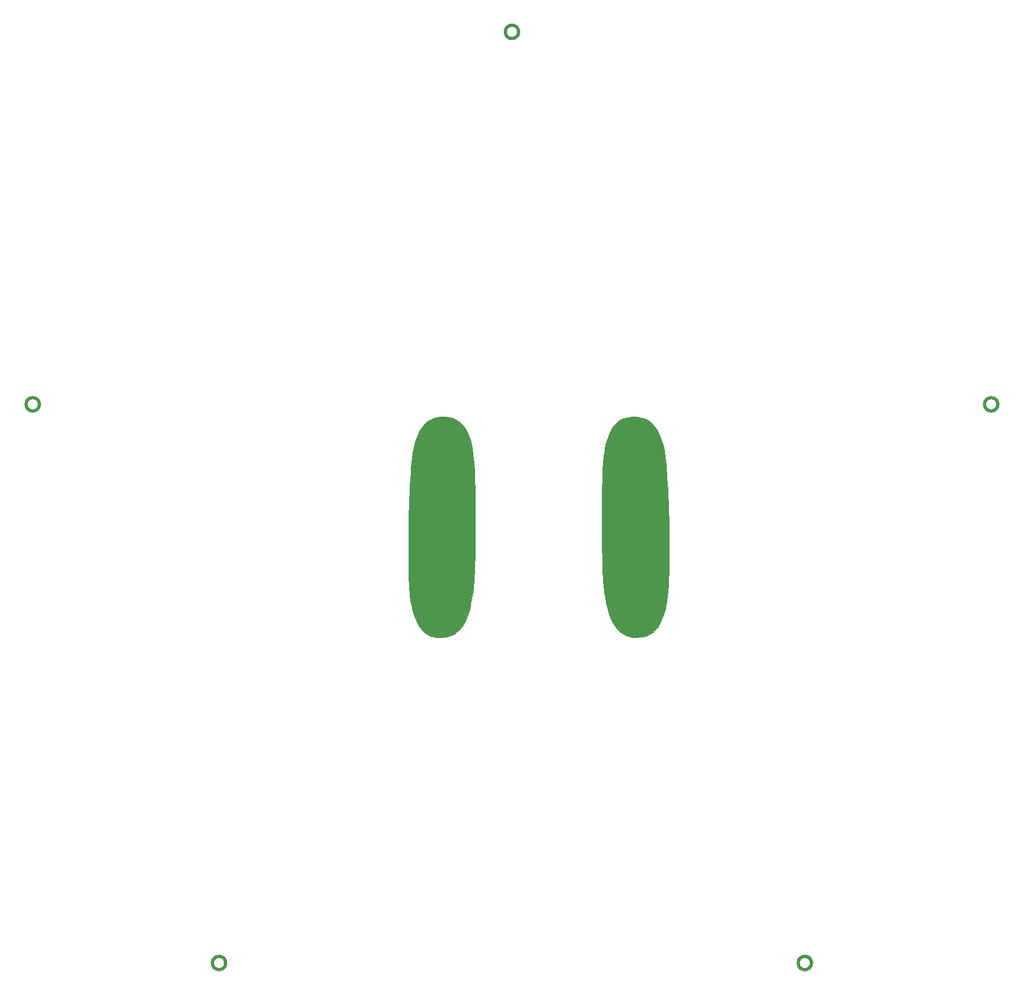
<source format=gbr>
G04 #@! TF.GenerationSoftware,KiCad,Pcbnew,5.1.2*
G04 #@! TF.CreationDate,2019-07-29T04:25:53-07:00*
G04 #@! TF.ProjectId,Star_Badge,53746172-5f42-4616-9467-652e6b696361,rev?*
G04 #@! TF.SameCoordinates,Original*
G04 #@! TF.FileFunction,Legend,Top*
G04 #@! TF.FilePolarity,Positive*
%FSLAX46Y46*%
G04 Gerber Fmt 4.6, Leading zero omitted, Abs format (unit mm)*
G04 Created by KiCad (PCBNEW 5.1.2) date 2019-07-29 04:25:53*
%MOMM*%
%LPD*%
G04 APERTURE LIST*
%ADD10C,0.500000*%
%ADD11C,0.010000*%
%ADD12C,0.150000*%
%ADD13R,2.102000X2.102000*%
%ADD14C,2.102000*%
%ADD15O,1.102000X1.652000*%
%ADD16O,1.352000X1.052000*%
%ADD17R,1.829200X1.829200*%
%ADD18O,1.829200X1.829200*%
%ADD19C,1.829200*%
%ADD20C,4.102000*%
G04 APERTURE END LIST*
D10*
X97000000Y-25500000D02*
G75*
G03X97000000Y-25500000I-1000000J0D01*
G01*
X25000000Y-81500000D02*
G75*
G03X25000000Y-81500000I-1000000J0D01*
G01*
X53000000Y-165500000D02*
G75*
G03X53000000Y-165500000I-1000000J0D01*
G01*
X141000000Y-165500000D02*
G75*
G03X141000000Y-165500000I-1000000J0D01*
G01*
X169000000Y-81500000D02*
G75*
G03X169000000Y-81500000I-1000000J0D01*
G01*
D11*
G36*
X114559827Y-83378266D02*
G01*
X115033169Y-83422919D01*
X115479216Y-83507484D01*
X115879430Y-83631330D01*
X116090433Y-83724526D01*
X116546667Y-83995200D01*
X116963673Y-84326842D01*
X117342447Y-84721436D01*
X117683987Y-85180964D01*
X117989290Y-85707411D01*
X118259352Y-86302758D01*
X118495171Y-86968988D01*
X118697744Y-87708086D01*
X118868068Y-88522034D01*
X119007139Y-89412815D01*
X119026839Y-89564833D01*
X119079149Y-90020710D01*
X119131451Y-90557406D01*
X119183500Y-91171074D01*
X119235050Y-91857864D01*
X119285856Y-92613931D01*
X119335671Y-93435426D01*
X119384249Y-94318502D01*
X119431346Y-95259311D01*
X119476715Y-96254005D01*
X119518951Y-97269500D01*
X119530359Y-97606347D01*
X119540929Y-98015842D01*
X119550618Y-98488750D01*
X119559387Y-99015835D01*
X119567193Y-99587865D01*
X119573995Y-100195603D01*
X119579752Y-100829815D01*
X119584424Y-101481266D01*
X119587968Y-102140722D01*
X119590344Y-102798948D01*
X119591510Y-103446709D01*
X119591425Y-104074771D01*
X119590048Y-104673898D01*
X119587338Y-105234856D01*
X119583253Y-105748410D01*
X119577752Y-106205326D01*
X119570794Y-106596369D01*
X119562339Y-106912304D01*
X119562028Y-106921500D01*
X119539531Y-107549529D01*
X119516982Y-108103239D01*
X119493546Y-108592971D01*
X119468387Y-109029069D01*
X119440669Y-109421876D01*
X119409557Y-109781735D01*
X119374216Y-110118989D01*
X119333809Y-110443981D01*
X119287501Y-110767054D01*
X119234457Y-111098551D01*
X119215546Y-111210308D01*
X119058036Y-112023691D01*
X118876822Y-112758833D01*
X118670444Y-113419189D01*
X118437437Y-114008211D01*
X118176339Y-114529352D01*
X117885689Y-114986066D01*
X117564024Y-115381805D01*
X117363218Y-115584245D01*
X117043808Y-115858330D01*
X116736103Y-116067901D01*
X116419063Y-116226523D01*
X116287393Y-116277851D01*
X115994885Y-116363362D01*
X115642183Y-116433820D01*
X115252803Y-116486863D01*
X114850261Y-116520127D01*
X114458074Y-116531251D01*
X114099757Y-116517873D01*
X113996007Y-116508021D01*
X113724926Y-116467927D01*
X113479569Y-116407195D01*
X113231266Y-116316599D01*
X112951348Y-116186911D01*
X112869334Y-116145383D01*
X112441069Y-115884901D01*
X112045987Y-115559226D01*
X111683293Y-115166708D01*
X111352190Y-114705694D01*
X111051881Y-114174533D01*
X110781572Y-113571575D01*
X110540464Y-112895166D01*
X110327763Y-112143657D01*
X110142672Y-111315396D01*
X109984395Y-110408731D01*
X109932623Y-110054167D01*
X109881967Y-109678118D01*
X109835551Y-109307369D01*
X109793202Y-108937029D01*
X109754745Y-108562208D01*
X109720007Y-108178017D01*
X109688813Y-107779567D01*
X109660989Y-107361966D01*
X109636362Y-106920327D01*
X109614757Y-106449759D01*
X109596000Y-105945372D01*
X109579918Y-105402276D01*
X109566336Y-104815583D01*
X109555080Y-104180403D01*
X109545976Y-103491844D01*
X109538850Y-102745019D01*
X109533529Y-101935037D01*
X109529838Y-101057009D01*
X109527603Y-100106045D01*
X109526650Y-99077255D01*
X109526589Y-98645333D01*
X109527089Y-97655465D01*
X109528581Y-96745459D01*
X109531211Y-95910514D01*
X109535126Y-95145831D01*
X109540473Y-94446608D01*
X109547398Y-93808046D01*
X109556049Y-93225343D01*
X109566571Y-92693700D01*
X109579111Y-92208316D01*
X109593817Y-91764390D01*
X109610835Y-91357122D01*
X109630311Y-90981712D01*
X109652393Y-90633359D01*
X109677227Y-90307263D01*
X109704959Y-89998623D01*
X109735737Y-89702639D01*
X109769707Y-89414510D01*
X109807016Y-89129436D01*
X109820334Y-89033442D01*
X109963524Y-88159757D01*
X110136855Y-87364066D01*
X110341096Y-86644957D01*
X110577015Y-86001017D01*
X110845376Y-85430832D01*
X111146949Y-84932990D01*
X111482501Y-84506079D01*
X111852797Y-84148684D01*
X112258606Y-83859393D01*
X112700695Y-83636793D01*
X112764217Y-83611378D01*
X113161383Y-83490080D01*
X113605397Y-83411216D01*
X114077724Y-83374155D01*
X114559827Y-83378266D01*
X114559827Y-83378266D01*
G37*
X114559827Y-83378266D02*
X115033169Y-83422919D01*
X115479216Y-83507484D01*
X115879430Y-83631330D01*
X116090433Y-83724526D01*
X116546667Y-83995200D01*
X116963673Y-84326842D01*
X117342447Y-84721436D01*
X117683987Y-85180964D01*
X117989290Y-85707411D01*
X118259352Y-86302758D01*
X118495171Y-86968988D01*
X118697744Y-87708086D01*
X118868068Y-88522034D01*
X119007139Y-89412815D01*
X119026839Y-89564833D01*
X119079149Y-90020710D01*
X119131451Y-90557406D01*
X119183500Y-91171074D01*
X119235050Y-91857864D01*
X119285856Y-92613931D01*
X119335671Y-93435426D01*
X119384249Y-94318502D01*
X119431346Y-95259311D01*
X119476715Y-96254005D01*
X119518951Y-97269500D01*
X119530359Y-97606347D01*
X119540929Y-98015842D01*
X119550618Y-98488750D01*
X119559387Y-99015835D01*
X119567193Y-99587865D01*
X119573995Y-100195603D01*
X119579752Y-100829815D01*
X119584424Y-101481266D01*
X119587968Y-102140722D01*
X119590344Y-102798948D01*
X119591510Y-103446709D01*
X119591425Y-104074771D01*
X119590048Y-104673898D01*
X119587338Y-105234856D01*
X119583253Y-105748410D01*
X119577752Y-106205326D01*
X119570794Y-106596369D01*
X119562339Y-106912304D01*
X119562028Y-106921500D01*
X119539531Y-107549529D01*
X119516982Y-108103239D01*
X119493546Y-108592971D01*
X119468387Y-109029069D01*
X119440669Y-109421876D01*
X119409557Y-109781735D01*
X119374216Y-110118989D01*
X119333809Y-110443981D01*
X119287501Y-110767054D01*
X119234457Y-111098551D01*
X119215546Y-111210308D01*
X119058036Y-112023691D01*
X118876822Y-112758833D01*
X118670444Y-113419189D01*
X118437437Y-114008211D01*
X118176339Y-114529352D01*
X117885689Y-114986066D01*
X117564024Y-115381805D01*
X117363218Y-115584245D01*
X117043808Y-115858330D01*
X116736103Y-116067901D01*
X116419063Y-116226523D01*
X116287393Y-116277851D01*
X115994885Y-116363362D01*
X115642183Y-116433820D01*
X115252803Y-116486863D01*
X114850261Y-116520127D01*
X114458074Y-116531251D01*
X114099757Y-116517873D01*
X113996007Y-116508021D01*
X113724926Y-116467927D01*
X113479569Y-116407195D01*
X113231266Y-116316599D01*
X112951348Y-116186911D01*
X112869334Y-116145383D01*
X112441069Y-115884901D01*
X112045987Y-115559226D01*
X111683293Y-115166708D01*
X111352190Y-114705694D01*
X111051881Y-114174533D01*
X110781572Y-113571575D01*
X110540464Y-112895166D01*
X110327763Y-112143657D01*
X110142672Y-111315396D01*
X109984395Y-110408731D01*
X109932623Y-110054167D01*
X109881967Y-109678118D01*
X109835551Y-109307369D01*
X109793202Y-108937029D01*
X109754745Y-108562208D01*
X109720007Y-108178017D01*
X109688813Y-107779567D01*
X109660989Y-107361966D01*
X109636362Y-106920327D01*
X109614757Y-106449759D01*
X109596000Y-105945372D01*
X109579918Y-105402276D01*
X109566336Y-104815583D01*
X109555080Y-104180403D01*
X109545976Y-103491844D01*
X109538850Y-102745019D01*
X109533529Y-101935037D01*
X109529838Y-101057009D01*
X109527603Y-100106045D01*
X109526650Y-99077255D01*
X109526589Y-98645333D01*
X109527089Y-97655465D01*
X109528581Y-96745459D01*
X109531211Y-95910514D01*
X109535126Y-95145831D01*
X109540473Y-94446608D01*
X109547398Y-93808046D01*
X109556049Y-93225343D01*
X109566571Y-92693700D01*
X109579111Y-92208316D01*
X109593817Y-91764390D01*
X109610835Y-91357122D01*
X109630311Y-90981712D01*
X109652393Y-90633359D01*
X109677227Y-90307263D01*
X109704959Y-89998623D01*
X109735737Y-89702639D01*
X109769707Y-89414510D01*
X109807016Y-89129436D01*
X109820334Y-89033442D01*
X109963524Y-88159757D01*
X110136855Y-87364066D01*
X110341096Y-86644957D01*
X110577015Y-86001017D01*
X110845376Y-85430832D01*
X111146949Y-84932990D01*
X111482501Y-84506079D01*
X111852797Y-84148684D01*
X112258606Y-83859393D01*
X112700695Y-83636793D01*
X112764217Y-83611378D01*
X113161383Y-83490080D01*
X113605397Y-83411216D01*
X114077724Y-83374155D01*
X114559827Y-83378266D01*
G36*
X86109127Y-83395935D02*
G01*
X86418294Y-83412363D01*
X86679099Y-83444028D01*
X86909475Y-83494226D01*
X87127353Y-83566251D01*
X87350664Y-83663400D01*
X87433076Y-83703773D01*
X87862155Y-83954463D01*
X88252744Y-84258510D01*
X88606096Y-84618642D01*
X88923466Y-85037591D01*
X89206105Y-85518087D01*
X89455269Y-86062860D01*
X89672209Y-86674639D01*
X89858179Y-87356155D01*
X90014433Y-88110139D01*
X90142223Y-88939319D01*
X90240242Y-89818833D01*
X90278869Y-90272023D01*
X90313684Y-90764819D01*
X90344788Y-91301201D01*
X90372280Y-91885149D01*
X90396261Y-92520641D01*
X90416831Y-93211656D01*
X90434090Y-93962173D01*
X90448139Y-94776171D01*
X90459077Y-95657629D01*
X90467006Y-96610527D01*
X90472025Y-97638842D01*
X90474235Y-98746555D01*
X90474365Y-99111000D01*
X90473156Y-100231255D01*
X90469434Y-101271382D01*
X90463037Y-102235888D01*
X90453802Y-103129280D01*
X90441569Y-103956062D01*
X90426176Y-104720742D01*
X90407461Y-105427827D01*
X90385262Y-106081822D01*
X90359418Y-106687233D01*
X90329767Y-107248568D01*
X90296146Y-107770333D01*
X90258396Y-108257033D01*
X90216352Y-108713175D01*
X90169855Y-109143266D01*
X90118742Y-109551812D01*
X90092975Y-109738395D01*
X89961156Y-110598379D01*
X89821114Y-111378729D01*
X89671144Y-112084228D01*
X89509542Y-112719656D01*
X89334603Y-113289797D01*
X89144624Y-113799431D01*
X88937901Y-114253341D01*
X88712729Y-114656307D01*
X88467403Y-115013113D01*
X88200220Y-115328540D01*
X88045106Y-115484438D01*
X87635601Y-115828318D01*
X87207803Y-116094995D01*
X86747056Y-116291853D01*
X86238701Y-116426277D01*
X86139056Y-116444754D01*
X85881034Y-116480817D01*
X85583448Y-116508087D01*
X85269889Y-116525708D01*
X84963946Y-116532825D01*
X84689210Y-116528581D01*
X84469269Y-116512123D01*
X84430255Y-116506728D01*
X84257455Y-116470875D01*
X84048198Y-116414419D01*
X83844397Y-116348801D01*
X83821491Y-116340560D01*
X83365572Y-116136524D01*
X82946811Y-115869727D01*
X82564021Y-115538192D01*
X82216017Y-115139943D01*
X81901613Y-114673003D01*
X81619621Y-114135394D01*
X81368857Y-113525141D01*
X81148134Y-112840266D01*
X80956267Y-112078792D01*
X80804889Y-111312743D01*
X80754290Y-111007135D01*
X80708794Y-110694144D01*
X80668110Y-110367846D01*
X80631947Y-110022314D01*
X80600016Y-109651620D01*
X80572026Y-109249840D01*
X80547686Y-108811046D01*
X80526706Y-108329312D01*
X80508797Y-107798712D01*
X80493666Y-107213319D01*
X80481025Y-106567207D01*
X80470582Y-105854450D01*
X80462047Y-105069121D01*
X80455130Y-104205293D01*
X80454889Y-104169833D01*
X80449884Y-102891548D01*
X80452180Y-101633737D01*
X80461586Y-100400489D01*
X80477911Y-99195892D01*
X80500964Y-98024035D01*
X80530554Y-96889007D01*
X80566490Y-95794896D01*
X80608581Y-94745791D01*
X80656637Y-93745780D01*
X80710465Y-92798953D01*
X80769876Y-91909398D01*
X80834678Y-91081203D01*
X80904680Y-90318457D01*
X80979692Y-89625249D01*
X81059522Y-89005667D01*
X81143979Y-88463800D01*
X81203366Y-88144737D01*
X81393346Y-87336021D01*
X81622829Y-86602187D01*
X81891812Y-85943237D01*
X82200297Y-85359170D01*
X82548282Y-84849989D01*
X82935767Y-84415693D01*
X83362750Y-84056283D01*
X83829232Y-83771762D01*
X84335212Y-83562128D01*
X84535873Y-83502627D01*
X84693790Y-83462513D01*
X84833301Y-83433380D01*
X84973174Y-83413485D01*
X85132179Y-83401085D01*
X85329083Y-83394438D01*
X85582655Y-83391804D01*
X85733667Y-83391449D01*
X86109127Y-83395935D01*
X86109127Y-83395935D01*
G37*
X86109127Y-83395935D02*
X86418294Y-83412363D01*
X86679099Y-83444028D01*
X86909475Y-83494226D01*
X87127353Y-83566251D01*
X87350664Y-83663400D01*
X87433076Y-83703773D01*
X87862155Y-83954463D01*
X88252744Y-84258510D01*
X88606096Y-84618642D01*
X88923466Y-85037591D01*
X89206105Y-85518087D01*
X89455269Y-86062860D01*
X89672209Y-86674639D01*
X89858179Y-87356155D01*
X90014433Y-88110139D01*
X90142223Y-88939319D01*
X90240242Y-89818833D01*
X90278869Y-90272023D01*
X90313684Y-90764819D01*
X90344788Y-91301201D01*
X90372280Y-91885149D01*
X90396261Y-92520641D01*
X90416831Y-93211656D01*
X90434090Y-93962173D01*
X90448139Y-94776171D01*
X90459077Y-95657629D01*
X90467006Y-96610527D01*
X90472025Y-97638842D01*
X90474235Y-98746555D01*
X90474365Y-99111000D01*
X90473156Y-100231255D01*
X90469434Y-101271382D01*
X90463037Y-102235888D01*
X90453802Y-103129280D01*
X90441569Y-103956062D01*
X90426176Y-104720742D01*
X90407461Y-105427827D01*
X90385262Y-106081822D01*
X90359418Y-106687233D01*
X90329767Y-107248568D01*
X90296146Y-107770333D01*
X90258396Y-108257033D01*
X90216352Y-108713175D01*
X90169855Y-109143266D01*
X90118742Y-109551812D01*
X90092975Y-109738395D01*
X89961156Y-110598379D01*
X89821114Y-111378729D01*
X89671144Y-112084228D01*
X89509542Y-112719656D01*
X89334603Y-113289797D01*
X89144624Y-113799431D01*
X88937901Y-114253341D01*
X88712729Y-114656307D01*
X88467403Y-115013113D01*
X88200220Y-115328540D01*
X88045106Y-115484438D01*
X87635601Y-115828318D01*
X87207803Y-116094995D01*
X86747056Y-116291853D01*
X86238701Y-116426277D01*
X86139056Y-116444754D01*
X85881034Y-116480817D01*
X85583448Y-116508087D01*
X85269889Y-116525708D01*
X84963946Y-116532825D01*
X84689210Y-116528581D01*
X84469269Y-116512123D01*
X84430255Y-116506728D01*
X84257455Y-116470875D01*
X84048198Y-116414419D01*
X83844397Y-116348801D01*
X83821491Y-116340560D01*
X83365572Y-116136524D01*
X82946811Y-115869727D01*
X82564021Y-115538192D01*
X82216017Y-115139943D01*
X81901613Y-114673003D01*
X81619621Y-114135394D01*
X81368857Y-113525141D01*
X81148134Y-112840266D01*
X80956267Y-112078792D01*
X80804889Y-111312743D01*
X80754290Y-111007135D01*
X80708794Y-110694144D01*
X80668110Y-110367846D01*
X80631947Y-110022314D01*
X80600016Y-109651620D01*
X80572026Y-109249840D01*
X80547686Y-108811046D01*
X80526706Y-108329312D01*
X80508797Y-107798712D01*
X80493666Y-107213319D01*
X80481025Y-106567207D01*
X80470582Y-105854450D01*
X80462047Y-105069121D01*
X80455130Y-104205293D01*
X80454889Y-104169833D01*
X80449884Y-102891548D01*
X80452180Y-101633737D01*
X80461586Y-100400489D01*
X80477911Y-99195892D01*
X80500964Y-98024035D01*
X80530554Y-96889007D01*
X80566490Y-95794896D01*
X80608581Y-94745791D01*
X80656637Y-93745780D01*
X80710465Y-92798953D01*
X80769876Y-91909398D01*
X80834678Y-91081203D01*
X80904680Y-90318457D01*
X80979692Y-89625249D01*
X81059522Y-89005667D01*
X81143979Y-88463800D01*
X81203366Y-88144737D01*
X81393346Y-87336021D01*
X81622829Y-86602187D01*
X81891812Y-85943237D01*
X82200297Y-85359170D01*
X82548282Y-84849989D01*
X82935767Y-84415693D01*
X83362750Y-84056283D01*
X83829232Y-83771762D01*
X84335212Y-83562128D01*
X84535873Y-83502627D01*
X84693790Y-83462513D01*
X84833301Y-83433380D01*
X84973174Y-83413485D01*
X85132179Y-83401085D01*
X85329083Y-83394438D01*
X85582655Y-83391804D01*
X85733667Y-83391449D01*
X86109127Y-83395935D01*
D12*
%LPC*%
D11*
G36*
X100198055Y-55422636D02*
G01*
X100222716Y-55445595D01*
X100264615Y-55505597D01*
X100340009Y-55632707D01*
X100444288Y-55818424D01*
X100572846Y-56054246D01*
X100721073Y-56331674D01*
X100884362Y-56642206D01*
X101058103Y-56977341D01*
X101146446Y-57149511D01*
X101472604Y-57786628D01*
X101763251Y-58352525D01*
X102020923Y-58851619D01*
X102248158Y-59288326D01*
X102447493Y-59667063D01*
X102621465Y-59992247D01*
X102772611Y-60268294D01*
X102903468Y-60499620D01*
X103016573Y-60690641D01*
X103114464Y-60845775D01*
X103199676Y-60969437D01*
X103274748Y-61066044D01*
X103342216Y-61140013D01*
X103404618Y-61195759D01*
X103464490Y-61237699D01*
X103509365Y-61262805D01*
X103622803Y-61307612D01*
X103791609Y-61358696D01*
X103987708Y-61407975D01*
X104090326Y-61430040D01*
X104246068Y-61459646D01*
X104473826Y-61500528D01*
X104761986Y-61550755D01*
X105098933Y-61608395D01*
X105473053Y-61671518D01*
X105872732Y-61738194D01*
X106286355Y-61806492D01*
X106702308Y-61874481D01*
X107108976Y-61940231D01*
X107494746Y-62001811D01*
X107848002Y-62057290D01*
X108064500Y-62090665D01*
X108551385Y-62166645D01*
X108957120Y-62233589D01*
X109284675Y-62292070D01*
X109537019Y-62342660D01*
X109717122Y-62385934D01*
X109827954Y-62422464D01*
X109854973Y-62436190D01*
X109969748Y-62549732D01*
X110006763Y-62691824D01*
X109963427Y-62852056D01*
X109960067Y-62858541D01*
X109916293Y-62915364D01*
X109818393Y-63025790D01*
X109672239Y-63183682D01*
X109483702Y-63382901D01*
X109258652Y-63617309D01*
X109002959Y-63880770D01*
X108722495Y-64167146D01*
X108423131Y-64470298D01*
X108295300Y-64599010D01*
X107816231Y-65081090D01*
X107393936Y-65507228D01*
X107024994Y-65881023D01*
X106705984Y-66206072D01*
X106433485Y-66485974D01*
X106204076Y-66724327D01*
X106014336Y-66924729D01*
X105860843Y-67090777D01*
X105740177Y-67226071D01*
X105648916Y-67334207D01*
X105583639Y-67418784D01*
X105540926Y-67483400D01*
X105525830Y-67511695D01*
X105498793Y-67578776D01*
X105477939Y-67657698D01*
X105463827Y-67753546D01*
X105457015Y-67871408D01*
X105458062Y-68016369D01*
X105467526Y-68193515D01*
X105485965Y-68407933D01*
X105513937Y-68664709D01*
X105552001Y-68968928D01*
X105600715Y-69325677D01*
X105660638Y-69740043D01*
X105732327Y-70217110D01*
X105816342Y-70761966D01*
X105913239Y-71379696D01*
X106023578Y-72075387D01*
X106033917Y-72140303D01*
X106107274Y-72602936D01*
X106167537Y-72989539D01*
X106215471Y-73307608D01*
X106251838Y-73564640D01*
X106277402Y-73768129D01*
X106292926Y-73925571D01*
X106299174Y-74044463D01*
X106296909Y-74132299D01*
X106286894Y-74196576D01*
X106269892Y-74244790D01*
X106251530Y-74277203D01*
X106161386Y-74360830D01*
X106048671Y-74410597D01*
X106016216Y-74413091D01*
X105971087Y-74406674D01*
X105907987Y-74388868D01*
X105821622Y-74357194D01*
X105706695Y-74309176D01*
X105557912Y-74242334D01*
X105369977Y-74154191D01*
X105137595Y-74042269D01*
X104855469Y-73904090D01*
X104518305Y-73737176D01*
X104120807Y-73539050D01*
X103657679Y-73307232D01*
X103200320Y-73077758D01*
X102619879Y-72787016D01*
X102111182Y-72533757D01*
X101670870Y-72316378D01*
X101295582Y-72133276D01*
X100981958Y-71982849D01*
X100726638Y-71863492D01*
X100526262Y-71773604D01*
X100377468Y-71711582D01*
X100276899Y-71675821D01*
X100243417Y-71667243D01*
X100157956Y-71651488D01*
X100076964Y-71641163D01*
X99994703Y-71638608D01*
X99905433Y-71646164D01*
X99803415Y-71666172D01*
X99682909Y-71700970D01*
X99538176Y-71752901D01*
X99363477Y-71824303D01*
X99153072Y-71917517D01*
X98901222Y-72034884D01*
X98602188Y-72178744D01*
X98250230Y-72351437D01*
X97839608Y-72555303D01*
X97364584Y-72792682D01*
X96846167Y-73052502D01*
X96400429Y-73275436D01*
X95974248Y-73487442D01*
X95574058Y-73685392D01*
X95206293Y-73866156D01*
X94877387Y-74026606D01*
X94593775Y-74163613D01*
X94361891Y-74274047D01*
X94188169Y-74354780D01*
X94079043Y-74402682D01*
X94044390Y-74415031D01*
X93936504Y-74419172D01*
X93846884Y-74373085D01*
X93795010Y-74325525D01*
X93737303Y-74262731D01*
X93705229Y-74202512D01*
X93693904Y-74120654D01*
X93698446Y-73992946D01*
X93706542Y-73886878D01*
X93719617Y-73766782D01*
X93744640Y-73575755D01*
X93779770Y-73326401D01*
X93823164Y-73031323D01*
X93872982Y-72703128D01*
X93927381Y-72354418D01*
X93964200Y-72123500D01*
X94084162Y-71371350D01*
X94191001Y-70688182D01*
X94284461Y-70075801D01*
X94364286Y-69536010D01*
X94430220Y-69070612D01*
X94482008Y-68681413D01*
X94519393Y-68370214D01*
X94542119Y-68138821D01*
X94549884Y-67996000D01*
X94540993Y-67765119D01*
X94506111Y-67592021D01*
X94475756Y-67515392D01*
X94442162Y-67458046D01*
X94384776Y-67379557D01*
X94300363Y-67276521D01*
X94185688Y-67145533D01*
X94037518Y-66983188D01*
X93852617Y-66786082D01*
X93627752Y-66550810D01*
X93359688Y-66273967D01*
X93045191Y-65952148D01*
X92681026Y-65581950D01*
X92335352Y-65232201D01*
X97850520Y-65232201D01*
X97855005Y-65548395D01*
X97866169Y-65833917D01*
X97884291Y-66074366D01*
X97909653Y-66255337D01*
X97925026Y-66318657D01*
X98013805Y-66512024D01*
X98142164Y-66631925D01*
X98314170Y-66681756D01*
X98362470Y-66683667D01*
X98512125Y-66667433D01*
X98620577Y-66609492D01*
X98653036Y-66579752D01*
X98736786Y-66467014D01*
X98803069Y-66329960D01*
X98808057Y-66315169D01*
X98845510Y-66146998D01*
X98875916Y-65910568D01*
X98899129Y-65622004D01*
X98914998Y-65297430D01*
X98923378Y-64952973D01*
X98924119Y-64604758D01*
X98922396Y-64522596D01*
X101067936Y-64522596D01*
X101068757Y-64887378D01*
X101081298Y-65262749D01*
X101090197Y-65420057D01*
X101113794Y-65748480D01*
X101139328Y-66004356D01*
X101169482Y-66199801D01*
X101206940Y-66346933D01*
X101254383Y-66457868D01*
X101314495Y-66544723D01*
X101346965Y-66579752D01*
X101484968Y-66663716D01*
X101651404Y-66688903D01*
X101814804Y-66655155D01*
X101925149Y-66582699D01*
X101985264Y-66513727D01*
X102033066Y-66433593D01*
X102069899Y-66332315D01*
X102097103Y-66199912D01*
X102116023Y-66026402D01*
X102127999Y-65801803D01*
X102134376Y-65516133D01*
X102136496Y-65159411D01*
X102136475Y-65011500D01*
X102133573Y-64580253D01*
X102125326Y-64224821D01*
X102110674Y-63936460D01*
X102088557Y-63706424D01*
X102057916Y-63525971D01*
X102017691Y-63386357D01*
X101966823Y-63278838D01*
X101918226Y-63210616D01*
X101773955Y-63095826D01*
X101609567Y-63054108D01*
X101443956Y-63083391D01*
X101296017Y-63181604D01*
X101214545Y-63287748D01*
X101167517Y-63415203D01*
X101128626Y-63614707D01*
X101098588Y-63873969D01*
X101078119Y-64180696D01*
X101067936Y-64522596D01*
X98922396Y-64522596D01*
X98917074Y-64268911D01*
X98902095Y-63961556D01*
X98879034Y-63698819D01*
X98847742Y-63496826D01*
X98834421Y-63442034D01*
X98761235Y-63252876D01*
X98660321Y-63133318D01*
X98517681Y-63069419D01*
X98447536Y-63056548D01*
X98272530Y-63072855D01*
X98120378Y-63165176D01*
X98002838Y-63325589D01*
X97982519Y-63369881D01*
X97948121Y-63497497D01*
X97918435Y-63695261D01*
X97893743Y-63948770D01*
X97874324Y-64243621D01*
X97860460Y-64565412D01*
X97852432Y-64899739D01*
X97850520Y-65232201D01*
X92335352Y-65232201D01*
X92263959Y-65159967D01*
X91790755Y-64682795D01*
X91654713Y-64545833D01*
X91349688Y-64237509D01*
X91062126Y-63944277D01*
X90797730Y-63672126D01*
X90562201Y-63427048D01*
X90361241Y-63215031D01*
X90200551Y-63042067D01*
X90085833Y-62914145D01*
X90022788Y-62837256D01*
X90012738Y-62820750D01*
X89995138Y-62662861D01*
X90052749Y-62516613D01*
X90110734Y-62454012D01*
X90153365Y-62427840D01*
X90222744Y-62400974D01*
X90326178Y-62371980D01*
X90470974Y-62339421D01*
X90664438Y-62301864D01*
X90913879Y-62257875D01*
X91226603Y-62206017D01*
X91609917Y-62144857D01*
X91977834Y-62087409D01*
X92533587Y-62000342D01*
X93077807Y-61913399D01*
X93603167Y-61827849D01*
X94102336Y-61744964D01*
X94567985Y-61666012D01*
X94992786Y-61592265D01*
X95369410Y-61524990D01*
X95690528Y-61465460D01*
X95948810Y-61414942D01*
X96136927Y-61374708D01*
X96236140Y-61349557D01*
X96444123Y-61277290D01*
X96600119Y-61191400D01*
X96730736Y-61071821D01*
X96862587Y-60898485D01*
X96891741Y-60855159D01*
X96970400Y-60727035D01*
X97085176Y-60525618D01*
X97234686Y-60253522D01*
X97417548Y-59913365D01*
X97632377Y-59507761D01*
X97877793Y-59039326D01*
X98152412Y-58510676D01*
X98454851Y-57924426D01*
X98783727Y-57283194D01*
X98894040Y-57067372D01*
X99066392Y-56732494D01*
X99230818Y-56417920D01*
X99382524Y-56132464D01*
X99516717Y-55884937D01*
X99628606Y-55684150D01*
X99713398Y-55538916D01*
X99766300Y-55458044D01*
X99774756Y-55448122D01*
X99913727Y-55356671D01*
X100058163Y-55348156D01*
X100198055Y-55422636D01*
X100198055Y-55422636D01*
G37*
X100198055Y-55422636D02*
X100222716Y-55445595D01*
X100264615Y-55505597D01*
X100340009Y-55632707D01*
X100444288Y-55818424D01*
X100572846Y-56054246D01*
X100721073Y-56331674D01*
X100884362Y-56642206D01*
X101058103Y-56977341D01*
X101146446Y-57149511D01*
X101472604Y-57786628D01*
X101763251Y-58352525D01*
X102020923Y-58851619D01*
X102248158Y-59288326D01*
X102447493Y-59667063D01*
X102621465Y-59992247D01*
X102772611Y-60268294D01*
X102903468Y-60499620D01*
X103016573Y-60690641D01*
X103114464Y-60845775D01*
X103199676Y-60969437D01*
X103274748Y-61066044D01*
X103342216Y-61140013D01*
X103404618Y-61195759D01*
X103464490Y-61237699D01*
X103509365Y-61262805D01*
X103622803Y-61307612D01*
X103791609Y-61358696D01*
X103987708Y-61407975D01*
X104090326Y-61430040D01*
X104246068Y-61459646D01*
X104473826Y-61500528D01*
X104761986Y-61550755D01*
X105098933Y-61608395D01*
X105473053Y-61671518D01*
X105872732Y-61738194D01*
X106286355Y-61806492D01*
X106702308Y-61874481D01*
X107108976Y-61940231D01*
X107494746Y-62001811D01*
X107848002Y-62057290D01*
X108064500Y-62090665D01*
X108551385Y-62166645D01*
X108957120Y-62233589D01*
X109284675Y-62292070D01*
X109537019Y-62342660D01*
X109717122Y-62385934D01*
X109827954Y-62422464D01*
X109854973Y-62436190D01*
X109969748Y-62549732D01*
X110006763Y-62691824D01*
X109963427Y-62852056D01*
X109960067Y-62858541D01*
X109916293Y-62915364D01*
X109818393Y-63025790D01*
X109672239Y-63183682D01*
X109483702Y-63382901D01*
X109258652Y-63617309D01*
X109002959Y-63880770D01*
X108722495Y-64167146D01*
X108423131Y-64470298D01*
X108295300Y-64599010D01*
X107816231Y-65081090D01*
X107393936Y-65507228D01*
X107024994Y-65881023D01*
X106705984Y-66206072D01*
X106433485Y-66485974D01*
X106204076Y-66724327D01*
X106014336Y-66924729D01*
X105860843Y-67090777D01*
X105740177Y-67226071D01*
X105648916Y-67334207D01*
X105583639Y-67418784D01*
X105540926Y-67483400D01*
X105525830Y-67511695D01*
X105498793Y-67578776D01*
X105477939Y-67657698D01*
X105463827Y-67753546D01*
X105457015Y-67871408D01*
X105458062Y-68016369D01*
X105467526Y-68193515D01*
X105485965Y-68407933D01*
X105513937Y-68664709D01*
X105552001Y-68968928D01*
X105600715Y-69325677D01*
X105660638Y-69740043D01*
X105732327Y-70217110D01*
X105816342Y-70761966D01*
X105913239Y-71379696D01*
X106023578Y-72075387D01*
X106033917Y-72140303D01*
X106107274Y-72602936D01*
X106167537Y-72989539D01*
X106215471Y-73307608D01*
X106251838Y-73564640D01*
X106277402Y-73768129D01*
X106292926Y-73925571D01*
X106299174Y-74044463D01*
X106296909Y-74132299D01*
X106286894Y-74196576D01*
X106269892Y-74244790D01*
X106251530Y-74277203D01*
X106161386Y-74360830D01*
X106048671Y-74410597D01*
X106016216Y-74413091D01*
X105971087Y-74406674D01*
X105907987Y-74388868D01*
X105821622Y-74357194D01*
X105706695Y-74309176D01*
X105557912Y-74242334D01*
X105369977Y-74154191D01*
X105137595Y-74042269D01*
X104855469Y-73904090D01*
X104518305Y-73737176D01*
X104120807Y-73539050D01*
X103657679Y-73307232D01*
X103200320Y-73077758D01*
X102619879Y-72787016D01*
X102111182Y-72533757D01*
X101670870Y-72316378D01*
X101295582Y-72133276D01*
X100981958Y-71982849D01*
X100726638Y-71863492D01*
X100526262Y-71773604D01*
X100377468Y-71711582D01*
X100276899Y-71675821D01*
X100243417Y-71667243D01*
X100157956Y-71651488D01*
X100076964Y-71641163D01*
X99994703Y-71638608D01*
X99905433Y-71646164D01*
X99803415Y-71666172D01*
X99682909Y-71700970D01*
X99538176Y-71752901D01*
X99363477Y-71824303D01*
X99153072Y-71917517D01*
X98901222Y-72034884D01*
X98602188Y-72178744D01*
X98250230Y-72351437D01*
X97839608Y-72555303D01*
X97364584Y-72792682D01*
X96846167Y-73052502D01*
X96400429Y-73275436D01*
X95974248Y-73487442D01*
X95574058Y-73685392D01*
X95206293Y-73866156D01*
X94877387Y-74026606D01*
X94593775Y-74163613D01*
X94361891Y-74274047D01*
X94188169Y-74354780D01*
X94079043Y-74402682D01*
X94044390Y-74415031D01*
X93936504Y-74419172D01*
X93846884Y-74373085D01*
X93795010Y-74325525D01*
X93737303Y-74262731D01*
X93705229Y-74202512D01*
X93693904Y-74120654D01*
X93698446Y-73992946D01*
X93706542Y-73886878D01*
X93719617Y-73766782D01*
X93744640Y-73575755D01*
X93779770Y-73326401D01*
X93823164Y-73031323D01*
X93872982Y-72703128D01*
X93927381Y-72354418D01*
X93964200Y-72123500D01*
X94084162Y-71371350D01*
X94191001Y-70688182D01*
X94284461Y-70075801D01*
X94364286Y-69536010D01*
X94430220Y-69070612D01*
X94482008Y-68681413D01*
X94519393Y-68370214D01*
X94542119Y-68138821D01*
X94549884Y-67996000D01*
X94540993Y-67765119D01*
X94506111Y-67592021D01*
X94475756Y-67515392D01*
X94442162Y-67458046D01*
X94384776Y-67379557D01*
X94300363Y-67276521D01*
X94185688Y-67145533D01*
X94037518Y-66983188D01*
X93852617Y-66786082D01*
X93627752Y-66550810D01*
X93359688Y-66273967D01*
X93045191Y-65952148D01*
X92681026Y-65581950D01*
X92335352Y-65232201D01*
X97850520Y-65232201D01*
X97855005Y-65548395D01*
X97866169Y-65833917D01*
X97884291Y-66074366D01*
X97909653Y-66255337D01*
X97925026Y-66318657D01*
X98013805Y-66512024D01*
X98142164Y-66631925D01*
X98314170Y-66681756D01*
X98362470Y-66683667D01*
X98512125Y-66667433D01*
X98620577Y-66609492D01*
X98653036Y-66579752D01*
X98736786Y-66467014D01*
X98803069Y-66329960D01*
X98808057Y-66315169D01*
X98845510Y-66146998D01*
X98875916Y-65910568D01*
X98899129Y-65622004D01*
X98914998Y-65297430D01*
X98923378Y-64952973D01*
X98924119Y-64604758D01*
X98922396Y-64522596D01*
X101067936Y-64522596D01*
X101068757Y-64887378D01*
X101081298Y-65262749D01*
X101090197Y-65420057D01*
X101113794Y-65748480D01*
X101139328Y-66004356D01*
X101169482Y-66199801D01*
X101206940Y-66346933D01*
X101254383Y-66457868D01*
X101314495Y-66544723D01*
X101346965Y-66579752D01*
X101484968Y-66663716D01*
X101651404Y-66688903D01*
X101814804Y-66655155D01*
X101925149Y-66582699D01*
X101985264Y-66513727D01*
X102033066Y-66433593D01*
X102069899Y-66332315D01*
X102097103Y-66199912D01*
X102116023Y-66026402D01*
X102127999Y-65801803D01*
X102134376Y-65516133D01*
X102136496Y-65159411D01*
X102136475Y-65011500D01*
X102133573Y-64580253D01*
X102125326Y-64224821D01*
X102110674Y-63936460D01*
X102088557Y-63706424D01*
X102057916Y-63525971D01*
X102017691Y-63386357D01*
X101966823Y-63278838D01*
X101918226Y-63210616D01*
X101773955Y-63095826D01*
X101609567Y-63054108D01*
X101443956Y-63083391D01*
X101296017Y-63181604D01*
X101214545Y-63287748D01*
X101167517Y-63415203D01*
X101128626Y-63614707D01*
X101098588Y-63873969D01*
X101078119Y-64180696D01*
X101067936Y-64522596D01*
X98922396Y-64522596D01*
X98917074Y-64268911D01*
X98902095Y-63961556D01*
X98879034Y-63698819D01*
X98847742Y-63496826D01*
X98834421Y-63442034D01*
X98761235Y-63252876D01*
X98660321Y-63133318D01*
X98517681Y-63069419D01*
X98447536Y-63056548D01*
X98272530Y-63072855D01*
X98120378Y-63165176D01*
X98002838Y-63325589D01*
X97982519Y-63369881D01*
X97948121Y-63497497D01*
X97918435Y-63695261D01*
X97893743Y-63948770D01*
X97874324Y-64243621D01*
X97860460Y-64565412D01*
X97852432Y-64899739D01*
X97850520Y-65232201D01*
X92335352Y-65232201D01*
X92263959Y-65159967D01*
X91790755Y-64682795D01*
X91654713Y-64545833D01*
X91349688Y-64237509D01*
X91062126Y-63944277D01*
X90797730Y-63672126D01*
X90562201Y-63427048D01*
X90361241Y-63215031D01*
X90200551Y-63042067D01*
X90085833Y-62914145D01*
X90022788Y-62837256D01*
X90012738Y-62820750D01*
X89995138Y-62662861D01*
X90052749Y-62516613D01*
X90110734Y-62454012D01*
X90153365Y-62427840D01*
X90222744Y-62400974D01*
X90326178Y-62371980D01*
X90470974Y-62339421D01*
X90664438Y-62301864D01*
X90913879Y-62257875D01*
X91226603Y-62206017D01*
X91609917Y-62144857D01*
X91977834Y-62087409D01*
X92533587Y-62000342D01*
X93077807Y-61913399D01*
X93603167Y-61827849D01*
X94102336Y-61744964D01*
X94567985Y-61666012D01*
X94992786Y-61592265D01*
X95369410Y-61524990D01*
X95690528Y-61465460D01*
X95948810Y-61414942D01*
X96136927Y-61374708D01*
X96236140Y-61349557D01*
X96444123Y-61277290D01*
X96600119Y-61191400D01*
X96730736Y-61071821D01*
X96862587Y-60898485D01*
X96891741Y-60855159D01*
X96970400Y-60727035D01*
X97085176Y-60525618D01*
X97234686Y-60253522D01*
X97417548Y-59913365D01*
X97632377Y-59507761D01*
X97877793Y-59039326D01*
X98152412Y-58510676D01*
X98454851Y-57924426D01*
X98783727Y-57283194D01*
X98894040Y-57067372D01*
X99066392Y-56732494D01*
X99230818Y-56417920D01*
X99382524Y-56132464D01*
X99516717Y-55884937D01*
X99628606Y-55684150D01*
X99713398Y-55538916D01*
X99766300Y-55458044D01*
X99774756Y-55448122D01*
X99913727Y-55356671D01*
X100058163Y-55348156D01*
X100198055Y-55422636D01*
G36*
X137073757Y-82224158D02*
G01*
X137142568Y-82282178D01*
X137184830Y-82344619D01*
X137259506Y-82472952D01*
X137361265Y-82657283D01*
X137484776Y-82887717D01*
X137624707Y-83154359D01*
X137775728Y-83447314D01*
X137866744Y-83626262D01*
X138153318Y-84190440D01*
X138430905Y-84732862D01*
X138696577Y-85247999D01*
X138947403Y-85730326D01*
X139180456Y-86174316D01*
X139392806Y-86574442D01*
X139581522Y-86925177D01*
X139743677Y-87220995D01*
X139876341Y-87456370D01*
X139976584Y-87625774D01*
X140030654Y-87708938D01*
X140142206Y-87851235D01*
X140258411Y-87975614D01*
X140354481Y-88055592D01*
X140356101Y-88056603D01*
X140391898Y-88078980D01*
X140425685Y-88099301D01*
X140462035Y-88118406D01*
X140505517Y-88137137D01*
X140560704Y-88156337D01*
X140632166Y-88176846D01*
X140724476Y-88199506D01*
X140842203Y-88225158D01*
X140989919Y-88254645D01*
X141172196Y-88288807D01*
X141393604Y-88328487D01*
X141658715Y-88374525D01*
X141972100Y-88427764D01*
X142338330Y-88489044D01*
X142761976Y-88559209D01*
X143247610Y-88639098D01*
X143799803Y-88729554D01*
X144423126Y-88831418D01*
X145122150Y-88945531D01*
X145672805Y-89035411D01*
X146022500Y-89093711D01*
X146297528Y-89143666D01*
X146507036Y-89188886D01*
X146660176Y-89232981D01*
X146766098Y-89279559D01*
X146833951Y-89332231D01*
X146872885Y-89394606D01*
X146892051Y-89470294D01*
X146897449Y-89518529D01*
X146900664Y-89550142D01*
X146902042Y-89579234D01*
X146897871Y-89609844D01*
X146884441Y-89646011D01*
X146858040Y-89691775D01*
X146814957Y-89751174D01*
X146751480Y-89828246D01*
X146663897Y-89927032D01*
X146548498Y-90051570D01*
X146401571Y-90205898D01*
X146219405Y-90394057D01*
X145998287Y-90620084D01*
X145734507Y-90888020D01*
X145424354Y-91201902D01*
X145064115Y-91565770D01*
X144650080Y-91983662D01*
X144404190Y-92231833D01*
X144001089Y-92640219D01*
X143638656Y-93010504D01*
X143319739Y-93339684D01*
X143047187Y-93624755D01*
X142823847Y-93862714D01*
X142652567Y-94050557D01*
X142536196Y-94185278D01*
X142477607Y-94263833D01*
X142419453Y-94370524D01*
X142383640Y-94463700D01*
X142365296Y-94568974D01*
X142359550Y-94711958D01*
X142360859Y-94877667D01*
X142367227Y-95017951D01*
X142382963Y-95204478D01*
X142408638Y-95441334D01*
X142444823Y-95732608D01*
X142492090Y-96082388D01*
X142551008Y-96494760D01*
X142622149Y-96973813D01*
X142706083Y-97523633D01*
X142803382Y-98148310D01*
X142914617Y-98851930D01*
X142925528Y-98920500D01*
X142999496Y-99385876D01*
X143060821Y-99775037D01*
X143110260Y-100095367D01*
X143148572Y-100354251D01*
X143176513Y-100559071D01*
X143194842Y-100717213D01*
X143204316Y-100836061D01*
X143205693Y-100922999D01*
X143199731Y-100985410D01*
X143187186Y-101030680D01*
X143168818Y-101066193D01*
X143148642Y-101094961D01*
X143049890Y-101182639D01*
X142908771Y-101218309D01*
X142899830Y-101219038D01*
X142859606Y-101217870D01*
X142806016Y-101207305D01*
X142733569Y-101184766D01*
X142636775Y-101147681D01*
X142510143Y-101093474D01*
X142348182Y-101019571D01*
X142145402Y-100923398D01*
X141896313Y-100802381D01*
X141595423Y-100653944D01*
X141237242Y-100475515D01*
X140816280Y-100264517D01*
X140327045Y-100018378D01*
X140165916Y-99937185D01*
X139725126Y-99715577D01*
X139301118Y-99503496D01*
X138900814Y-99304336D01*
X138531136Y-99121491D01*
X138199008Y-98958356D01*
X137911353Y-98818323D01*
X137675094Y-98704787D01*
X137497153Y-98621142D01*
X137384453Y-98570781D01*
X137355477Y-98559397D01*
X137036759Y-98486645D01*
X136719921Y-98492730D01*
X136488434Y-98543706D01*
X136412077Y-98573964D01*
X136267006Y-98639139D01*
X136060047Y-98735918D01*
X135798032Y-98860988D01*
X135487789Y-99011036D01*
X135136147Y-99182750D01*
X134749935Y-99372818D01*
X134335983Y-99577927D01*
X133901119Y-99794764D01*
X133655000Y-99918077D01*
X133216140Y-100138010D01*
X132798095Y-100346878D01*
X132407230Y-100541543D01*
X132049912Y-100718862D01*
X131732509Y-100875696D01*
X131461385Y-101008902D01*
X131242908Y-101115341D01*
X131083444Y-101191871D01*
X130989359Y-101235351D01*
X130966834Y-101244294D01*
X130856759Y-101244959D01*
X130796030Y-101229324D01*
X130705257Y-101182062D01*
X130647657Y-101116568D01*
X130618012Y-101016113D01*
X130611106Y-100863969D01*
X130620247Y-100665585D01*
X130634837Y-100509427D01*
X130661588Y-100287774D01*
X130698027Y-100018524D01*
X130741683Y-99719572D01*
X130790083Y-99408817D01*
X130814531Y-99259167D01*
X130896459Y-98759643D01*
X130977317Y-98254845D01*
X131055803Y-97753707D01*
X131130616Y-97265167D01*
X131200453Y-96798161D01*
X131264011Y-96361625D01*
X131319988Y-95964495D01*
X131367082Y-95615708D01*
X131403991Y-95324201D01*
X131429412Y-95098908D01*
X131441630Y-94956163D01*
X131450982Y-94758506D01*
X131449446Y-94619958D01*
X131433940Y-94515323D01*
X131401384Y-94419402D01*
X131366737Y-94343824D01*
X131336418Y-94289249D01*
X131291291Y-94222591D01*
X131227795Y-94140089D01*
X131142368Y-94037982D01*
X131031451Y-93912509D01*
X130891480Y-93759908D01*
X130718896Y-93576418D01*
X130510137Y-93358279D01*
X130261641Y-93101728D01*
X129969849Y-92803005D01*
X129631198Y-92458349D01*
X129252588Y-92074599D01*
X134760963Y-92074599D01*
X134761016Y-92411294D01*
X134768234Y-92682345D01*
X134783809Y-92897199D01*
X134808934Y-93065298D01*
X134844802Y-93196089D01*
X134892606Y-93299014D01*
X134953539Y-93383520D01*
X134989032Y-93421547D01*
X135125464Y-93503016D01*
X135291280Y-93523564D01*
X135456270Y-93482412D01*
X135532749Y-93435556D01*
X135600830Y-93372305D01*
X135656180Y-93294470D01*
X135700057Y-93193260D01*
X135733719Y-93059884D01*
X135758424Y-92885553D01*
X135775430Y-92661475D01*
X135785995Y-92378859D01*
X135791376Y-92028916D01*
X135791942Y-91869380D01*
X137979188Y-91869380D01*
X137986848Y-92291712D01*
X138008569Y-92641196D01*
X138045807Y-92923372D01*
X138100017Y-93143782D01*
X138172655Y-93307965D01*
X138265176Y-93421463D01*
X138379037Y-93489817D01*
X138515692Y-93518565D01*
X138549374Y-93520135D01*
X138679138Y-93495454D01*
X138789567Y-93437797D01*
X138883286Y-93328594D01*
X138955606Y-93161427D01*
X139008474Y-92929022D01*
X139043833Y-92624105D01*
X139055488Y-92443500D01*
X139061866Y-92220192D01*
X139061370Y-91953776D01*
X139054858Y-91660757D01*
X139043184Y-91357640D01*
X139027203Y-91060931D01*
X139007773Y-90787134D01*
X138985747Y-90552757D01*
X138961982Y-90374303D01*
X138943745Y-90287836D01*
X138859777Y-90105941D01*
X138734984Y-89972278D01*
X138585486Y-89893527D01*
X138427404Y-89876365D01*
X138276859Y-89927473D01*
X138207392Y-89982759D01*
X138146853Y-90053525D01*
X138098986Y-90138076D01*
X138062062Y-90247154D01*
X138034350Y-90391498D01*
X138014120Y-90581848D01*
X137999642Y-90828944D01*
X137989186Y-91143526D01*
X137984133Y-91368659D01*
X137979188Y-91869380D01*
X135791942Y-91869380D01*
X135792834Y-91618000D01*
X135791965Y-91221125D01*
X135788532Y-90899631D01*
X135781297Y-90644244D01*
X135769021Y-90445689D01*
X135750464Y-90294690D01*
X135724389Y-90181974D01*
X135689555Y-90098265D01*
X135644725Y-90034288D01*
X135588658Y-89980768D01*
X135572393Y-89967662D01*
X135419734Y-89896707D01*
X135244131Y-89887734D01*
X135080203Y-89940635D01*
X135037492Y-89969326D01*
X134971644Y-90031244D01*
X134918027Y-90109073D01*
X134875192Y-90211891D01*
X134841689Y-90348773D01*
X134816066Y-90528794D01*
X134796875Y-90761032D01*
X134782663Y-91054562D01*
X134771982Y-91418460D01*
X134766880Y-91662818D01*
X134760963Y-92074599D01*
X129252588Y-92074599D01*
X129242128Y-92063998D01*
X128799078Y-91616191D01*
X128465256Y-91279333D01*
X128171155Y-90981821D01*
X127894460Y-90700209D01*
X127641086Y-90440635D01*
X127416944Y-90209236D01*
X127227948Y-90012149D01*
X127080008Y-89855513D01*
X126979039Y-89745464D01*
X126930952Y-89688140D01*
X126928438Y-89684033D01*
X126884384Y-89526249D01*
X126922655Y-89386328D01*
X126979206Y-89315279D01*
X127019097Y-89283336D01*
X127077239Y-89252804D01*
X127160737Y-89222227D01*
X127276694Y-89190150D01*
X127432217Y-89155116D01*
X127634410Y-89115670D01*
X127890378Y-89070354D01*
X128207226Y-89017714D01*
X128592058Y-88956293D01*
X129051980Y-88884634D01*
X129167667Y-88866777D01*
X129626106Y-88795183D01*
X130091312Y-88720811D01*
X130554679Y-88645162D01*
X131007603Y-88569738D01*
X131441481Y-88496040D01*
X131847709Y-88425569D01*
X132217681Y-88359827D01*
X132542793Y-88300314D01*
X132814442Y-88248532D01*
X133024023Y-88205982D01*
X133162933Y-88174166D01*
X133203780Y-88162560D01*
X133316348Y-88120309D01*
X133419012Y-88067533D01*
X133516807Y-87997253D01*
X133614772Y-87902490D01*
X133717944Y-87776263D01*
X133831360Y-87611595D01*
X133960058Y-87401505D01*
X134109075Y-87139014D01*
X134283449Y-86817142D01*
X134488215Y-86428911D01*
X134574887Y-86262833D01*
X134719385Y-85984584D01*
X134893245Y-85648475D01*
X135087408Y-85272098D01*
X135292817Y-84873041D01*
X135500413Y-84468894D01*
X135701139Y-84077247D01*
X135814308Y-83855969D01*
X135982390Y-83529069D01*
X136142338Y-83221883D01*
X136289221Y-82943592D01*
X136418111Y-82703375D01*
X136524076Y-82510413D01*
X136602188Y-82373885D01*
X136647517Y-82302972D01*
X136649739Y-82300219D01*
X136780677Y-82200373D01*
X136929159Y-82174758D01*
X137073757Y-82224158D01*
X137073757Y-82224158D01*
G37*
X137073757Y-82224158D02*
X137142568Y-82282178D01*
X137184830Y-82344619D01*
X137259506Y-82472952D01*
X137361265Y-82657283D01*
X137484776Y-82887717D01*
X137624707Y-83154359D01*
X137775728Y-83447314D01*
X137866744Y-83626262D01*
X138153318Y-84190440D01*
X138430905Y-84732862D01*
X138696577Y-85247999D01*
X138947403Y-85730326D01*
X139180456Y-86174316D01*
X139392806Y-86574442D01*
X139581522Y-86925177D01*
X139743677Y-87220995D01*
X139876341Y-87456370D01*
X139976584Y-87625774D01*
X140030654Y-87708938D01*
X140142206Y-87851235D01*
X140258411Y-87975614D01*
X140354481Y-88055592D01*
X140356101Y-88056603D01*
X140391898Y-88078980D01*
X140425685Y-88099301D01*
X140462035Y-88118406D01*
X140505517Y-88137137D01*
X140560704Y-88156337D01*
X140632166Y-88176846D01*
X140724476Y-88199506D01*
X140842203Y-88225158D01*
X140989919Y-88254645D01*
X141172196Y-88288807D01*
X141393604Y-88328487D01*
X141658715Y-88374525D01*
X141972100Y-88427764D01*
X142338330Y-88489044D01*
X142761976Y-88559209D01*
X143247610Y-88639098D01*
X143799803Y-88729554D01*
X144423126Y-88831418D01*
X145122150Y-88945531D01*
X145672805Y-89035411D01*
X146022500Y-89093711D01*
X146297528Y-89143666D01*
X146507036Y-89188886D01*
X146660176Y-89232981D01*
X146766098Y-89279559D01*
X146833951Y-89332231D01*
X146872885Y-89394606D01*
X146892051Y-89470294D01*
X146897449Y-89518529D01*
X146900664Y-89550142D01*
X146902042Y-89579234D01*
X146897871Y-89609844D01*
X146884441Y-89646011D01*
X146858040Y-89691775D01*
X146814957Y-89751174D01*
X146751480Y-89828246D01*
X146663897Y-89927032D01*
X146548498Y-90051570D01*
X146401571Y-90205898D01*
X146219405Y-90394057D01*
X145998287Y-90620084D01*
X145734507Y-90888020D01*
X145424354Y-91201902D01*
X145064115Y-91565770D01*
X144650080Y-91983662D01*
X144404190Y-92231833D01*
X144001089Y-92640219D01*
X143638656Y-93010504D01*
X143319739Y-93339684D01*
X143047187Y-93624755D01*
X142823847Y-93862714D01*
X142652567Y-94050557D01*
X142536196Y-94185278D01*
X142477607Y-94263833D01*
X142419453Y-94370524D01*
X142383640Y-94463700D01*
X142365296Y-94568974D01*
X142359550Y-94711958D01*
X142360859Y-94877667D01*
X142367227Y-95017951D01*
X142382963Y-95204478D01*
X142408638Y-95441334D01*
X142444823Y-95732608D01*
X142492090Y-96082388D01*
X142551008Y-96494760D01*
X142622149Y-96973813D01*
X142706083Y-97523633D01*
X142803382Y-98148310D01*
X142914617Y-98851930D01*
X142925528Y-98920500D01*
X142999496Y-99385876D01*
X143060821Y-99775037D01*
X143110260Y-100095367D01*
X143148572Y-100354251D01*
X143176513Y-100559071D01*
X143194842Y-100717213D01*
X143204316Y-100836061D01*
X143205693Y-100922999D01*
X143199731Y-100985410D01*
X143187186Y-101030680D01*
X143168818Y-101066193D01*
X143148642Y-101094961D01*
X143049890Y-101182639D01*
X142908771Y-101218309D01*
X142899830Y-101219038D01*
X142859606Y-101217870D01*
X142806016Y-101207305D01*
X142733569Y-101184766D01*
X142636775Y-101147681D01*
X142510143Y-101093474D01*
X142348182Y-101019571D01*
X142145402Y-100923398D01*
X141896313Y-100802381D01*
X141595423Y-100653944D01*
X141237242Y-100475515D01*
X140816280Y-100264517D01*
X140327045Y-100018378D01*
X140165916Y-99937185D01*
X139725126Y-99715577D01*
X139301118Y-99503496D01*
X138900814Y-99304336D01*
X138531136Y-99121491D01*
X138199008Y-98958356D01*
X137911353Y-98818323D01*
X137675094Y-98704787D01*
X137497153Y-98621142D01*
X137384453Y-98570781D01*
X137355477Y-98559397D01*
X137036759Y-98486645D01*
X136719921Y-98492730D01*
X136488434Y-98543706D01*
X136412077Y-98573964D01*
X136267006Y-98639139D01*
X136060047Y-98735918D01*
X135798032Y-98860988D01*
X135487789Y-99011036D01*
X135136147Y-99182750D01*
X134749935Y-99372818D01*
X134335983Y-99577927D01*
X133901119Y-99794764D01*
X133655000Y-99918077D01*
X133216140Y-100138010D01*
X132798095Y-100346878D01*
X132407230Y-100541543D01*
X132049912Y-100718862D01*
X131732509Y-100875696D01*
X131461385Y-101008902D01*
X131242908Y-101115341D01*
X131083444Y-101191871D01*
X130989359Y-101235351D01*
X130966834Y-101244294D01*
X130856759Y-101244959D01*
X130796030Y-101229324D01*
X130705257Y-101182062D01*
X130647657Y-101116568D01*
X130618012Y-101016113D01*
X130611106Y-100863969D01*
X130620247Y-100665585D01*
X130634837Y-100509427D01*
X130661588Y-100287774D01*
X130698027Y-100018524D01*
X130741683Y-99719572D01*
X130790083Y-99408817D01*
X130814531Y-99259167D01*
X130896459Y-98759643D01*
X130977317Y-98254845D01*
X131055803Y-97753707D01*
X131130616Y-97265167D01*
X131200453Y-96798161D01*
X131264011Y-96361625D01*
X131319988Y-95964495D01*
X131367082Y-95615708D01*
X131403991Y-95324201D01*
X131429412Y-95098908D01*
X131441630Y-94956163D01*
X131450982Y-94758506D01*
X131449446Y-94619958D01*
X131433940Y-94515323D01*
X131401384Y-94419402D01*
X131366737Y-94343824D01*
X131336418Y-94289249D01*
X131291291Y-94222591D01*
X131227795Y-94140089D01*
X131142368Y-94037982D01*
X131031451Y-93912509D01*
X130891480Y-93759908D01*
X130718896Y-93576418D01*
X130510137Y-93358279D01*
X130261641Y-93101728D01*
X129969849Y-92803005D01*
X129631198Y-92458349D01*
X129252588Y-92074599D01*
X134760963Y-92074599D01*
X134761016Y-92411294D01*
X134768234Y-92682345D01*
X134783809Y-92897199D01*
X134808934Y-93065298D01*
X134844802Y-93196089D01*
X134892606Y-93299014D01*
X134953539Y-93383520D01*
X134989032Y-93421547D01*
X135125464Y-93503016D01*
X135291280Y-93523564D01*
X135456270Y-93482412D01*
X135532749Y-93435556D01*
X135600830Y-93372305D01*
X135656180Y-93294470D01*
X135700057Y-93193260D01*
X135733719Y-93059884D01*
X135758424Y-92885553D01*
X135775430Y-92661475D01*
X135785995Y-92378859D01*
X135791376Y-92028916D01*
X135791942Y-91869380D01*
X137979188Y-91869380D01*
X137986848Y-92291712D01*
X138008569Y-92641196D01*
X138045807Y-92923372D01*
X138100017Y-93143782D01*
X138172655Y-93307965D01*
X138265176Y-93421463D01*
X138379037Y-93489817D01*
X138515692Y-93518565D01*
X138549374Y-93520135D01*
X138679138Y-93495454D01*
X138789567Y-93437797D01*
X138883286Y-93328594D01*
X138955606Y-93161427D01*
X139008474Y-92929022D01*
X139043833Y-92624105D01*
X139055488Y-92443500D01*
X139061866Y-92220192D01*
X139061370Y-91953776D01*
X139054858Y-91660757D01*
X139043184Y-91357640D01*
X139027203Y-91060931D01*
X139007773Y-90787134D01*
X138985747Y-90552757D01*
X138961982Y-90374303D01*
X138943745Y-90287836D01*
X138859777Y-90105941D01*
X138734984Y-89972278D01*
X138585486Y-89893527D01*
X138427404Y-89876365D01*
X138276859Y-89927473D01*
X138207392Y-89982759D01*
X138146853Y-90053525D01*
X138098986Y-90138076D01*
X138062062Y-90247154D01*
X138034350Y-90391498D01*
X138014120Y-90581848D01*
X137999642Y-90828944D01*
X137989186Y-91143526D01*
X137984133Y-91368659D01*
X137979188Y-91869380D01*
X135791942Y-91869380D01*
X135792834Y-91618000D01*
X135791965Y-91221125D01*
X135788532Y-90899631D01*
X135781297Y-90644244D01*
X135769021Y-90445689D01*
X135750464Y-90294690D01*
X135724389Y-90181974D01*
X135689555Y-90098265D01*
X135644725Y-90034288D01*
X135588658Y-89980768D01*
X135572393Y-89967662D01*
X135419734Y-89896707D01*
X135244131Y-89887734D01*
X135080203Y-89940635D01*
X135037492Y-89969326D01*
X134971644Y-90031244D01*
X134918027Y-90109073D01*
X134875192Y-90211891D01*
X134841689Y-90348773D01*
X134816066Y-90528794D01*
X134796875Y-90761032D01*
X134782663Y-91054562D01*
X134771982Y-91418460D01*
X134766880Y-91662818D01*
X134760963Y-92074599D01*
X129252588Y-92074599D01*
X129242128Y-92063998D01*
X128799078Y-91616191D01*
X128465256Y-91279333D01*
X128171155Y-90981821D01*
X127894460Y-90700209D01*
X127641086Y-90440635D01*
X127416944Y-90209236D01*
X127227948Y-90012149D01*
X127080008Y-89855513D01*
X126979039Y-89745464D01*
X126930952Y-89688140D01*
X126928438Y-89684033D01*
X126884384Y-89526249D01*
X126922655Y-89386328D01*
X126979206Y-89315279D01*
X127019097Y-89283336D01*
X127077239Y-89252804D01*
X127160737Y-89222227D01*
X127276694Y-89190150D01*
X127432217Y-89155116D01*
X127634410Y-89115670D01*
X127890378Y-89070354D01*
X128207226Y-89017714D01*
X128592058Y-88956293D01*
X129051980Y-88884634D01*
X129167667Y-88866777D01*
X129626106Y-88795183D01*
X130091312Y-88720811D01*
X130554679Y-88645162D01*
X131007603Y-88569738D01*
X131441481Y-88496040D01*
X131847709Y-88425569D01*
X132217681Y-88359827D01*
X132542793Y-88300314D01*
X132814442Y-88248532D01*
X133024023Y-88205982D01*
X133162933Y-88174166D01*
X133203780Y-88162560D01*
X133316348Y-88120309D01*
X133419012Y-88067533D01*
X133516807Y-87997253D01*
X133614772Y-87902490D01*
X133717944Y-87776263D01*
X133831360Y-87611595D01*
X133960058Y-87401505D01*
X134109075Y-87139014D01*
X134283449Y-86817142D01*
X134488215Y-86428911D01*
X134574887Y-86262833D01*
X134719385Y-85984584D01*
X134893245Y-85648475D01*
X135087408Y-85272098D01*
X135292817Y-84873041D01*
X135500413Y-84468894D01*
X135701139Y-84077247D01*
X135814308Y-83855969D01*
X135982390Y-83529069D01*
X136142338Y-83221883D01*
X136289221Y-82943592D01*
X136418111Y-82703375D01*
X136524076Y-82510413D01*
X136602188Y-82373885D01*
X136647517Y-82302972D01*
X136649739Y-82300219D01*
X136780677Y-82200373D01*
X136929159Y-82174758D01*
X137073757Y-82224158D01*
G36*
X63286488Y-82249490D02*
G01*
X63315459Y-82272917D01*
X63355963Y-82329010D01*
X63430742Y-82453527D01*
X63535916Y-82639310D01*
X63667606Y-82879198D01*
X63821931Y-83166035D01*
X63995013Y-83492660D01*
X64182972Y-83851916D01*
X64381927Y-84236643D01*
X64422432Y-84315500D01*
X64723686Y-84902297D01*
X64989236Y-85418558D01*
X65221784Y-85869202D01*
X65424034Y-86259149D01*
X65598688Y-86593316D01*
X65748449Y-86876622D01*
X65876019Y-87113986D01*
X65984101Y-87310327D01*
X66075398Y-87470564D01*
X66152613Y-87599616D01*
X66218448Y-87702400D01*
X66275606Y-87783837D01*
X66326790Y-87848844D01*
X66374702Y-87902340D01*
X66415818Y-87943337D01*
X66621019Y-88086566D01*
X66900910Y-88195238D01*
X67035885Y-88229627D01*
X67130861Y-88248371D01*
X67299481Y-88278920D01*
X67531800Y-88319615D01*
X67817874Y-88368798D01*
X68147756Y-88424810D01*
X68511503Y-88485992D01*
X68899169Y-88550688D01*
X69300808Y-88617237D01*
X69706476Y-88683983D01*
X70106228Y-88749266D01*
X70490119Y-88811428D01*
X70848203Y-88868811D01*
X71170535Y-88919756D01*
X71234500Y-88929754D01*
X71658713Y-88996463D01*
X72007242Y-89052807D01*
X72288199Y-89100540D01*
X72509695Y-89141419D01*
X72679843Y-89177199D01*
X72806752Y-89209634D01*
X72898535Y-89240481D01*
X72963302Y-89271495D01*
X73009166Y-89304431D01*
X73022130Y-89316615D01*
X73104506Y-89449329D01*
X73104279Y-89596637D01*
X73049121Y-89714164D01*
X73006436Y-89764005D01*
X72909929Y-89867722D01*
X72765529Y-90019204D01*
X72579163Y-90212339D01*
X72356761Y-90441016D01*
X72104249Y-90699125D01*
X71827558Y-90980554D01*
X71532614Y-91279193D01*
X71448620Y-91364000D01*
X70974773Y-91842540D01*
X70557261Y-92265149D01*
X70192457Y-92635668D01*
X69876732Y-92957939D01*
X69606457Y-93235803D01*
X69378006Y-93473101D01*
X69187748Y-93673675D01*
X69032056Y-93841366D01*
X68907302Y-93980015D01*
X68809856Y-94093464D01*
X68736091Y-94185553D01*
X68682379Y-94260125D01*
X68645090Y-94321021D01*
X68632492Y-94345419D01*
X68587650Y-94446469D01*
X68560860Y-94539187D01*
X68549366Y-94647445D01*
X68550411Y-94795111D01*
X68559551Y-94977221D01*
X68574223Y-95148583D01*
X68602550Y-95397857D01*
X68643731Y-95719530D01*
X68696967Y-96108089D01*
X68761459Y-96558023D01*
X68836409Y-97063818D01*
X68921016Y-97619962D01*
X69014482Y-98220942D01*
X69116007Y-98861247D01*
X69183420Y-99280333D01*
X69254072Y-99726219D01*
X69309135Y-100096183D01*
X69349171Y-100397416D01*
X69374741Y-100637107D01*
X69386406Y-100822446D01*
X69384729Y-100960623D01*
X69370270Y-101058830D01*
X69343592Y-101124254D01*
X69328945Y-101143614D01*
X69293538Y-101179895D01*
X69255732Y-101207677D01*
X69210107Y-101224749D01*
X69151243Y-101228900D01*
X69073722Y-101217922D01*
X68972122Y-101189602D01*
X68841025Y-101141731D01*
X68675011Y-101072099D01*
X68468661Y-100978494D01*
X68216555Y-100858707D01*
X67913273Y-100710528D01*
X67553396Y-100531745D01*
X67131505Y-100320148D01*
X66642180Y-100073528D01*
X66376957Y-99939636D01*
X65937043Y-99718164D01*
X65513337Y-99506130D01*
X65112857Y-99306965D01*
X64742618Y-99124100D01*
X64409638Y-98960964D01*
X64120934Y-98820989D01*
X63883522Y-98707606D01*
X63704419Y-98624244D01*
X63590642Y-98574335D01*
X63562919Y-98563802D01*
X63238294Y-98488920D01*
X62930038Y-98490565D01*
X62647490Y-98558376D01*
X62568897Y-98591381D01*
X62421755Y-98659225D01*
X62213045Y-98758491D01*
X61949750Y-98885762D01*
X61638852Y-99037623D01*
X61287332Y-99210657D01*
X60902173Y-99401448D01*
X60490356Y-99606579D01*
X60058864Y-99822634D01*
X59878612Y-99913216D01*
X59444805Y-100131039D01*
X59030734Y-100338162D01*
X58643002Y-100531333D01*
X58288214Y-100707300D01*
X57972972Y-100862808D01*
X57703880Y-100994606D01*
X57487542Y-101099440D01*
X57330561Y-101174058D01*
X57239540Y-101215206D01*
X57221776Y-101221961D01*
X57099657Y-101237568D01*
X57001994Y-101224065D01*
X56911183Y-101163859D01*
X56838206Y-101080922D01*
X56817627Y-101044195D01*
X56802672Y-100999679D01*
X56794136Y-100939996D01*
X56792816Y-100857765D01*
X56799509Y-100745608D01*
X56815012Y-100596147D01*
X56840121Y-100402000D01*
X56875634Y-100155791D01*
X56922346Y-99850138D01*
X56981054Y-99477664D01*
X57052555Y-99030989D01*
X57073734Y-98899333D01*
X57186554Y-98195048D01*
X57285471Y-97569217D01*
X57371029Y-97016868D01*
X57443772Y-96533031D01*
X57504242Y-96112733D01*
X57552984Y-95751004D01*
X57590541Y-95442873D01*
X57617455Y-95183367D01*
X57634272Y-94967516D01*
X57641533Y-94790348D01*
X57639784Y-94646893D01*
X57629566Y-94532178D01*
X57611424Y-94441233D01*
X57585901Y-94369085D01*
X57572024Y-94341192D01*
X57537372Y-94282314D01*
X57493188Y-94217237D01*
X57434952Y-94141149D01*
X57358145Y-94049242D01*
X57258247Y-93936702D01*
X57130737Y-93798721D01*
X56971096Y-93630486D01*
X56774805Y-93427187D01*
X56537343Y-93184014D01*
X56254190Y-92896155D01*
X55920826Y-92558800D01*
X55532733Y-92167137D01*
X55520149Y-92154450D01*
X60944971Y-92154450D01*
X60954863Y-92511637D01*
X60976943Y-92815628D01*
X61010695Y-93057155D01*
X61055599Y-93226954D01*
X61072567Y-93265262D01*
X61194525Y-93424036D01*
X61351366Y-93508406D01*
X61531682Y-93514726D01*
X61685188Y-93461126D01*
X61783301Y-93380994D01*
X61863383Y-93248450D01*
X61926193Y-93058690D01*
X61972488Y-92806907D01*
X62003027Y-92488297D01*
X62018569Y-92098053D01*
X62019870Y-91631372D01*
X62019645Y-91618000D01*
X64207167Y-91618000D01*
X64208731Y-92041448D01*
X64214261Y-92389063D01*
X64225015Y-92669636D01*
X64242252Y-92891958D01*
X64267229Y-93064819D01*
X64301203Y-93197010D01*
X64345434Y-93297322D01*
X64401178Y-93374544D01*
X64467251Y-93435556D01*
X64619627Y-93509584D01*
X64788772Y-93521502D01*
X64944475Y-93472086D01*
X65010968Y-93421547D01*
X65078702Y-93342929D01*
X65132736Y-93250734D01*
X65174258Y-93135513D01*
X65204458Y-92987817D01*
X65224522Y-92798196D01*
X65235641Y-92557201D01*
X65239001Y-92255382D01*
X65235792Y-91883291D01*
X65232017Y-91663867D01*
X65223287Y-91270196D01*
X65212815Y-90951345D01*
X65199156Y-90697471D01*
X65180866Y-90498728D01*
X65156501Y-90345271D01*
X65124614Y-90227255D01*
X65083762Y-90134836D01*
X65032500Y-90058168D01*
X64989005Y-90007911D01*
X64843170Y-89908546D01*
X64672403Y-89878910D01*
X64502364Y-89920842D01*
X64427607Y-89967662D01*
X64368474Y-90019998D01*
X64320892Y-90080423D01*
X64283624Y-90158212D01*
X64255430Y-90262640D01*
X64235071Y-90402982D01*
X64221309Y-90588513D01*
X64212905Y-90828508D01*
X64208619Y-91132241D01*
X64207213Y-91508988D01*
X64207167Y-91618000D01*
X62019645Y-91618000D01*
X62015418Y-91367855D01*
X62006295Y-91054602D01*
X61993977Y-90774231D01*
X61979267Y-90539265D01*
X61962969Y-90362229D01*
X61945885Y-90255645D01*
X61943564Y-90247343D01*
X61852014Y-90059557D01*
X61723492Y-89937887D01*
X61573047Y-89881647D01*
X61415724Y-89890151D01*
X61266572Y-89962712D01*
X61140638Y-90098645D01*
X61055634Y-90287836D01*
X61038754Y-90380795D01*
X61019907Y-90542401D01*
X61000514Y-90756702D01*
X60982000Y-91007746D01*
X60965784Y-91279581D01*
X60963821Y-91317551D01*
X60947785Y-91753332D01*
X60944971Y-92154450D01*
X55520149Y-92154450D01*
X55470934Y-92104833D01*
X55039132Y-91669512D01*
X54663087Y-91290146D01*
X54338944Y-90962565D01*
X54062849Y-90682601D01*
X53830950Y-90446085D01*
X53639390Y-90248845D01*
X53484316Y-90086714D01*
X53361874Y-89955522D01*
X53268210Y-89851100D01*
X53199469Y-89769278D01*
X53151797Y-89705886D01*
X53121340Y-89656756D01*
X53104244Y-89617718D01*
X53096655Y-89584603D01*
X53094719Y-89553241D01*
X53094667Y-89534233D01*
X53102037Y-89445670D01*
X53129731Y-89371710D01*
X53186123Y-89309091D01*
X53279587Y-89254550D01*
X53418498Y-89204823D01*
X53611230Y-89156649D01*
X53866158Y-89106763D01*
X54191655Y-89051903D01*
X54428167Y-89014644D01*
X54790172Y-88957965D01*
X55185440Y-88895084D01*
X55605000Y-88827506D01*
X56039882Y-88756737D01*
X56481115Y-88684280D01*
X56919729Y-88611641D01*
X57346755Y-88540325D01*
X57753220Y-88471836D01*
X58130156Y-88407679D01*
X58468591Y-88349359D01*
X58759555Y-88298382D01*
X58994078Y-88256251D01*
X59163189Y-88224471D01*
X59257918Y-88204548D01*
X59259387Y-88204182D01*
X59482905Y-88136322D01*
X59652609Y-88050443D01*
X59796030Y-87927471D01*
X59940696Y-87748328D01*
X59963700Y-87716147D01*
X60035967Y-87602974D01*
X60142800Y-87419963D01*
X60281041Y-87173074D01*
X60447533Y-86868267D01*
X60639115Y-86511501D01*
X60852631Y-86108737D01*
X61084921Y-85665934D01*
X61332826Y-85189051D01*
X61593189Y-84684049D01*
X61862851Y-84156888D01*
X62138653Y-83613526D01*
X62152496Y-83586141D01*
X62304747Y-83287662D01*
X62449233Y-83009614D01*
X62580474Y-82762144D01*
X62692990Y-82555400D01*
X62781303Y-82399532D01*
X62839932Y-82304687D01*
X62855382Y-82284391D01*
X62987923Y-82196039D01*
X63138128Y-82184244D01*
X63286488Y-82249490D01*
X63286488Y-82249490D01*
G37*
X63286488Y-82249490D02*
X63315459Y-82272917D01*
X63355963Y-82329010D01*
X63430742Y-82453527D01*
X63535916Y-82639310D01*
X63667606Y-82879198D01*
X63821931Y-83166035D01*
X63995013Y-83492660D01*
X64182972Y-83851916D01*
X64381927Y-84236643D01*
X64422432Y-84315500D01*
X64723686Y-84902297D01*
X64989236Y-85418558D01*
X65221784Y-85869202D01*
X65424034Y-86259149D01*
X65598688Y-86593316D01*
X65748449Y-86876622D01*
X65876019Y-87113986D01*
X65984101Y-87310327D01*
X66075398Y-87470564D01*
X66152613Y-87599616D01*
X66218448Y-87702400D01*
X66275606Y-87783837D01*
X66326790Y-87848844D01*
X66374702Y-87902340D01*
X66415818Y-87943337D01*
X66621019Y-88086566D01*
X66900910Y-88195238D01*
X67035885Y-88229627D01*
X67130861Y-88248371D01*
X67299481Y-88278920D01*
X67531800Y-88319615D01*
X67817874Y-88368798D01*
X68147756Y-88424810D01*
X68511503Y-88485992D01*
X68899169Y-88550688D01*
X69300808Y-88617237D01*
X69706476Y-88683983D01*
X70106228Y-88749266D01*
X70490119Y-88811428D01*
X70848203Y-88868811D01*
X71170535Y-88919756D01*
X71234500Y-88929754D01*
X71658713Y-88996463D01*
X72007242Y-89052807D01*
X72288199Y-89100540D01*
X72509695Y-89141419D01*
X72679843Y-89177199D01*
X72806752Y-89209634D01*
X72898535Y-89240481D01*
X72963302Y-89271495D01*
X73009166Y-89304431D01*
X73022130Y-89316615D01*
X73104506Y-89449329D01*
X73104279Y-89596637D01*
X73049121Y-89714164D01*
X73006436Y-89764005D01*
X72909929Y-89867722D01*
X72765529Y-90019204D01*
X72579163Y-90212339D01*
X72356761Y-90441016D01*
X72104249Y-90699125D01*
X71827558Y-90980554D01*
X71532614Y-91279193D01*
X71448620Y-91364000D01*
X70974773Y-91842540D01*
X70557261Y-92265149D01*
X70192457Y-92635668D01*
X69876732Y-92957939D01*
X69606457Y-93235803D01*
X69378006Y-93473101D01*
X69187748Y-93673675D01*
X69032056Y-93841366D01*
X68907302Y-93980015D01*
X68809856Y-94093464D01*
X68736091Y-94185553D01*
X68682379Y-94260125D01*
X68645090Y-94321021D01*
X68632492Y-94345419D01*
X68587650Y-94446469D01*
X68560860Y-94539187D01*
X68549366Y-94647445D01*
X68550411Y-94795111D01*
X68559551Y-94977221D01*
X68574223Y-95148583D01*
X68602550Y-95397857D01*
X68643731Y-95719530D01*
X68696967Y-96108089D01*
X68761459Y-96558023D01*
X68836409Y-97063818D01*
X68921016Y-97619962D01*
X69014482Y-98220942D01*
X69116007Y-98861247D01*
X69183420Y-99280333D01*
X69254072Y-99726219D01*
X69309135Y-100096183D01*
X69349171Y-100397416D01*
X69374741Y-100637107D01*
X69386406Y-100822446D01*
X69384729Y-100960623D01*
X69370270Y-101058830D01*
X69343592Y-101124254D01*
X69328945Y-101143614D01*
X69293538Y-101179895D01*
X69255732Y-101207677D01*
X69210107Y-101224749D01*
X69151243Y-101228900D01*
X69073722Y-101217922D01*
X68972122Y-101189602D01*
X68841025Y-101141731D01*
X68675011Y-101072099D01*
X68468661Y-100978494D01*
X68216555Y-100858707D01*
X67913273Y-100710528D01*
X67553396Y-100531745D01*
X67131505Y-100320148D01*
X66642180Y-100073528D01*
X66376957Y-99939636D01*
X65937043Y-99718164D01*
X65513337Y-99506130D01*
X65112857Y-99306965D01*
X64742618Y-99124100D01*
X64409638Y-98960964D01*
X64120934Y-98820989D01*
X63883522Y-98707606D01*
X63704419Y-98624244D01*
X63590642Y-98574335D01*
X63562919Y-98563802D01*
X63238294Y-98488920D01*
X62930038Y-98490565D01*
X62647490Y-98558376D01*
X62568897Y-98591381D01*
X62421755Y-98659225D01*
X62213045Y-98758491D01*
X61949750Y-98885762D01*
X61638852Y-99037623D01*
X61287332Y-99210657D01*
X60902173Y-99401448D01*
X60490356Y-99606579D01*
X60058864Y-99822634D01*
X59878612Y-99913216D01*
X59444805Y-100131039D01*
X59030734Y-100338162D01*
X58643002Y-100531333D01*
X58288214Y-100707300D01*
X57972972Y-100862808D01*
X57703880Y-100994606D01*
X57487542Y-101099440D01*
X57330561Y-101174058D01*
X57239540Y-101215206D01*
X57221776Y-101221961D01*
X57099657Y-101237568D01*
X57001994Y-101224065D01*
X56911183Y-101163859D01*
X56838206Y-101080922D01*
X56817627Y-101044195D01*
X56802672Y-100999679D01*
X56794136Y-100939996D01*
X56792816Y-100857765D01*
X56799509Y-100745608D01*
X56815012Y-100596147D01*
X56840121Y-100402000D01*
X56875634Y-100155791D01*
X56922346Y-99850138D01*
X56981054Y-99477664D01*
X57052555Y-99030989D01*
X57073734Y-98899333D01*
X57186554Y-98195048D01*
X57285471Y-97569217D01*
X57371029Y-97016868D01*
X57443772Y-96533031D01*
X57504242Y-96112733D01*
X57552984Y-95751004D01*
X57590541Y-95442873D01*
X57617455Y-95183367D01*
X57634272Y-94967516D01*
X57641533Y-94790348D01*
X57639784Y-94646893D01*
X57629566Y-94532178D01*
X57611424Y-94441233D01*
X57585901Y-94369085D01*
X57572024Y-94341192D01*
X57537372Y-94282314D01*
X57493188Y-94217237D01*
X57434952Y-94141149D01*
X57358145Y-94049242D01*
X57258247Y-93936702D01*
X57130737Y-93798721D01*
X56971096Y-93630486D01*
X56774805Y-93427187D01*
X56537343Y-93184014D01*
X56254190Y-92896155D01*
X55920826Y-92558800D01*
X55532733Y-92167137D01*
X55520149Y-92154450D01*
X60944971Y-92154450D01*
X60954863Y-92511637D01*
X60976943Y-92815628D01*
X61010695Y-93057155D01*
X61055599Y-93226954D01*
X61072567Y-93265262D01*
X61194525Y-93424036D01*
X61351366Y-93508406D01*
X61531682Y-93514726D01*
X61685188Y-93461126D01*
X61783301Y-93380994D01*
X61863383Y-93248450D01*
X61926193Y-93058690D01*
X61972488Y-92806907D01*
X62003027Y-92488297D01*
X62018569Y-92098053D01*
X62019870Y-91631372D01*
X62019645Y-91618000D01*
X64207167Y-91618000D01*
X64208731Y-92041448D01*
X64214261Y-92389063D01*
X64225015Y-92669636D01*
X64242252Y-92891958D01*
X64267229Y-93064819D01*
X64301203Y-93197010D01*
X64345434Y-93297322D01*
X64401178Y-93374544D01*
X64467251Y-93435556D01*
X64619627Y-93509584D01*
X64788772Y-93521502D01*
X64944475Y-93472086D01*
X65010968Y-93421547D01*
X65078702Y-93342929D01*
X65132736Y-93250734D01*
X65174258Y-93135513D01*
X65204458Y-92987817D01*
X65224522Y-92798196D01*
X65235641Y-92557201D01*
X65239001Y-92255382D01*
X65235792Y-91883291D01*
X65232017Y-91663867D01*
X65223287Y-91270196D01*
X65212815Y-90951345D01*
X65199156Y-90697471D01*
X65180866Y-90498728D01*
X65156501Y-90345271D01*
X65124614Y-90227255D01*
X65083762Y-90134836D01*
X65032500Y-90058168D01*
X64989005Y-90007911D01*
X64843170Y-89908546D01*
X64672403Y-89878910D01*
X64502364Y-89920842D01*
X64427607Y-89967662D01*
X64368474Y-90019998D01*
X64320892Y-90080423D01*
X64283624Y-90158212D01*
X64255430Y-90262640D01*
X64235071Y-90402982D01*
X64221309Y-90588513D01*
X64212905Y-90828508D01*
X64208619Y-91132241D01*
X64207213Y-91508988D01*
X64207167Y-91618000D01*
X62019645Y-91618000D01*
X62015418Y-91367855D01*
X62006295Y-91054602D01*
X61993977Y-90774231D01*
X61979267Y-90539265D01*
X61962969Y-90362229D01*
X61945885Y-90255645D01*
X61943564Y-90247343D01*
X61852014Y-90059557D01*
X61723492Y-89937887D01*
X61573047Y-89881647D01*
X61415724Y-89890151D01*
X61266572Y-89962712D01*
X61140638Y-90098645D01*
X61055634Y-90287836D01*
X61038754Y-90380795D01*
X61019907Y-90542401D01*
X61000514Y-90756702D01*
X60982000Y-91007746D01*
X60965784Y-91279581D01*
X60963821Y-91317551D01*
X60947785Y-91753332D01*
X60944971Y-92154450D01*
X55520149Y-92154450D01*
X55470934Y-92104833D01*
X55039132Y-91669512D01*
X54663087Y-91290146D01*
X54338944Y-90962565D01*
X54062849Y-90682601D01*
X53830950Y-90446085D01*
X53639390Y-90248845D01*
X53484316Y-90086714D01*
X53361874Y-89955522D01*
X53268210Y-89851100D01*
X53199469Y-89769278D01*
X53151797Y-89705886D01*
X53121340Y-89656756D01*
X53104244Y-89617718D01*
X53096655Y-89584603D01*
X53094719Y-89553241D01*
X53094667Y-89534233D01*
X53102037Y-89445670D01*
X53129731Y-89371710D01*
X53186123Y-89309091D01*
X53279587Y-89254550D01*
X53418498Y-89204823D01*
X53611230Y-89156649D01*
X53866158Y-89106763D01*
X54191655Y-89051903D01*
X54428167Y-89014644D01*
X54790172Y-88957965D01*
X55185440Y-88895084D01*
X55605000Y-88827506D01*
X56039882Y-88756737D01*
X56481115Y-88684280D01*
X56919729Y-88611641D01*
X57346755Y-88540325D01*
X57753220Y-88471836D01*
X58130156Y-88407679D01*
X58468591Y-88349359D01*
X58759555Y-88298382D01*
X58994078Y-88256251D01*
X59163189Y-88224471D01*
X59257918Y-88204548D01*
X59259387Y-88204182D01*
X59482905Y-88136322D01*
X59652609Y-88050443D01*
X59796030Y-87927471D01*
X59940696Y-87748328D01*
X59963700Y-87716147D01*
X60035967Y-87602974D01*
X60142800Y-87419963D01*
X60281041Y-87173074D01*
X60447533Y-86868267D01*
X60639115Y-86511501D01*
X60852631Y-86108737D01*
X61084921Y-85665934D01*
X61332826Y-85189051D01*
X61593189Y-84684049D01*
X61862851Y-84156888D01*
X62138653Y-83613526D01*
X62152496Y-83586141D01*
X62304747Y-83287662D01*
X62449233Y-83009614D01*
X62580474Y-82762144D01*
X62692990Y-82555400D01*
X62781303Y-82399532D01*
X62839932Y-82304687D01*
X62855382Y-82284391D01*
X62987923Y-82196039D01*
X63138128Y-82184244D01*
X63286488Y-82249490D01*
G36*
X122940516Y-125597836D02*
G01*
X123077618Y-125689966D01*
X123131032Y-125752112D01*
X123170192Y-125816017D01*
X123243454Y-125947537D01*
X123346648Y-126138762D01*
X123475606Y-126381784D01*
X123626158Y-126668695D01*
X123794135Y-126991584D01*
X123975368Y-127342545D01*
X124165687Y-127713667D01*
X124183994Y-127749500D01*
X124479106Y-128326920D01*
X124738794Y-128833931D01*
X124965865Y-129275665D01*
X125163128Y-129657256D01*
X125333391Y-129983837D01*
X125479462Y-130260541D01*
X125604149Y-130492502D01*
X125710260Y-130684853D01*
X125800602Y-130842728D01*
X125877985Y-130971259D01*
X125945215Y-131075579D01*
X126005101Y-131160823D01*
X126060452Y-131232123D01*
X126114074Y-131294613D01*
X126136967Y-131319695D01*
X126258279Y-131435139D01*
X126387565Y-131518718D01*
X126549163Y-131582314D01*
X126767412Y-131637812D01*
X126804883Y-131645825D01*
X126923248Y-131668714D01*
X127115625Y-131703431D01*
X127372435Y-131748377D01*
X127684096Y-131801952D01*
X128041025Y-131862557D01*
X128433642Y-131928593D01*
X128852365Y-131998461D01*
X129287612Y-132070561D01*
X129729801Y-132143294D01*
X130169352Y-132215061D01*
X130596683Y-132284263D01*
X131002212Y-132349300D01*
X131347834Y-132404085D01*
X131742660Y-132467127D01*
X132061714Y-132521204D01*
X132313031Y-132569384D01*
X132504646Y-132614735D01*
X132644595Y-132660324D01*
X132740911Y-132709219D01*
X132801631Y-132764487D01*
X132834789Y-132829196D01*
X132848420Y-132906413D01*
X132850667Y-132977821D01*
X132845853Y-133008961D01*
X132828681Y-133048927D01*
X132795057Y-133102127D01*
X132740889Y-133172968D01*
X132662081Y-133265859D01*
X132554541Y-133385205D01*
X132414174Y-133535415D01*
X132236887Y-133720895D01*
X132018587Y-133946054D01*
X131755179Y-134215299D01*
X131442569Y-134533037D01*
X131076664Y-134903675D01*
X130832900Y-135150187D01*
X130484406Y-135503107D01*
X130148357Y-135844666D01*
X129830353Y-136169094D01*
X129535996Y-136470620D01*
X129270887Y-136743472D01*
X129040627Y-136981878D01*
X128850816Y-137180068D01*
X128707056Y-137332270D01*
X128614948Y-137432713D01*
X128592401Y-137458813D01*
X128425881Y-137690876D01*
X128327200Y-137914585D01*
X128288021Y-138157469D01*
X128298228Y-138430127D01*
X128316457Y-138585382D01*
X128346744Y-138815081D01*
X128387730Y-139110074D01*
X128438060Y-139461207D01*
X128496375Y-139859328D01*
X128561319Y-140295285D01*
X128631534Y-140759926D01*
X128705664Y-141244098D01*
X128782351Y-141738650D01*
X128860238Y-142234429D01*
X128892719Y-142439167D01*
X128948402Y-142792120D01*
X129000899Y-143130597D01*
X129048385Y-143442407D01*
X129089039Y-143715359D01*
X129121036Y-143937263D01*
X129142554Y-144095928D01*
X129150191Y-144160693D01*
X129163092Y-144314577D01*
X129159521Y-144411317D01*
X129133936Y-144477728D01*
X129080793Y-144540624D01*
X129069239Y-144552276D01*
X128945218Y-144637135D01*
X128839874Y-144661667D01*
X128778642Y-144642591D01*
X128646093Y-144586630D01*
X128446175Y-144495682D01*
X128182833Y-144371643D01*
X127860012Y-144216413D01*
X127481659Y-144031889D01*
X127051719Y-143819969D01*
X126574138Y-143582551D01*
X126052862Y-143321533D01*
X126033367Y-143311739D01*
X125486851Y-143037250D01*
X125010279Y-142798547D01*
X124597964Y-142593355D01*
X124244220Y-142419401D01*
X123943361Y-142274410D01*
X123689699Y-142156111D01*
X123477548Y-142062228D01*
X123301222Y-141990488D01*
X123155033Y-141938619D01*
X123033296Y-141904345D01*
X122930324Y-141885394D01*
X122840429Y-141879492D01*
X122757926Y-141884366D01*
X122677128Y-141897741D01*
X122592347Y-141917345D01*
X122563667Y-141924507D01*
X122457767Y-141961491D01*
X122277719Y-142037900D01*
X122023435Y-142153776D01*
X121694826Y-142309163D01*
X121291802Y-142504104D01*
X120814276Y-142738639D01*
X120262158Y-143012812D01*
X119635359Y-143326666D01*
X119633451Y-143327625D01*
X119105823Y-143591862D01*
X118624364Y-143831212D01*
X118192748Y-144043908D01*
X117814648Y-144228186D01*
X117493738Y-144382280D01*
X117233691Y-144504424D01*
X117038181Y-144592854D01*
X116910881Y-144645804D01*
X116857414Y-144661667D01*
X116724833Y-144624212D01*
X116638015Y-144556914D01*
X116589823Y-144498913D01*
X116562774Y-144437549D01*
X116553290Y-144350322D01*
X116557792Y-144214729D01*
X116565641Y-144101830D01*
X116579505Y-143966007D01*
X116605312Y-143761742D01*
X116640920Y-143504080D01*
X116684186Y-143208066D01*
X116732969Y-142888745D01*
X116784312Y-142566167D01*
X116841429Y-142210499D01*
X116907076Y-141794675D01*
X116977592Y-141342322D01*
X117049318Y-140877067D01*
X117118595Y-140422540D01*
X117181763Y-140002368D01*
X117190822Y-139941500D01*
X117259315Y-139472151D01*
X117313468Y-139077951D01*
X117353496Y-138750644D01*
X117379613Y-138481972D01*
X117392033Y-138263680D01*
X117390971Y-138087509D01*
X117376642Y-137945203D01*
X117349259Y-137828505D01*
X117309038Y-137729159D01*
X117256192Y-137638907D01*
X117250834Y-137630962D01*
X117200280Y-137570246D01*
X117095090Y-137454869D01*
X116940393Y-137290141D01*
X116741316Y-137081372D01*
X116502988Y-136833873D01*
X116230538Y-136552955D01*
X115929093Y-136243928D01*
X115603782Y-135912102D01*
X115259733Y-135562789D01*
X115182617Y-135484799D01*
X120707091Y-135484799D01*
X120708435Y-135841525D01*
X120718957Y-136130545D01*
X120740149Y-136360228D01*
X120773502Y-136538939D01*
X120820511Y-136675046D01*
X120882666Y-136776916D01*
X120961460Y-136852917D01*
X121043748Y-136904008D01*
X121178442Y-136934414D01*
X121342296Y-136916024D01*
X121468065Y-136868788D01*
X121531818Y-136807810D01*
X121596354Y-136706579D01*
X121602588Y-136693880D01*
X121651091Y-136571901D01*
X121689236Y-136426914D01*
X121717821Y-136249156D01*
X121737644Y-136028864D01*
X121749502Y-135756272D01*
X121754193Y-135421616D01*
X121753888Y-135347505D01*
X123926629Y-135347505D01*
X123930348Y-135620673D01*
X123938364Y-135857704D01*
X123950945Y-136043501D01*
X123955704Y-136087433D01*
X124008317Y-136382208D01*
X124085488Y-136623159D01*
X124183045Y-136800357D01*
X124296814Y-136903872D01*
X124299334Y-136905178D01*
X124449625Y-136939174D01*
X124621011Y-136912679D01*
X124748270Y-136852153D01*
X124814656Y-136778395D01*
X124883614Y-136655636D01*
X124919816Y-136567018D01*
X124944207Y-136488250D01*
X124962863Y-136401723D01*
X124976448Y-136295577D01*
X124985623Y-136157948D01*
X124991052Y-135976976D01*
X124993396Y-135740799D01*
X124993319Y-135437555D01*
X124992612Y-135263667D01*
X124987560Y-134811250D01*
X124976197Y-134435792D01*
X124957046Y-134129723D01*
X124928633Y-133885472D01*
X124889481Y-133695470D01*
X124838115Y-133552147D01*
X124773061Y-133447933D01*
X124692842Y-133375258D01*
X124616654Y-133334697D01*
X124428235Y-133293213D01*
X124261781Y-133331416D01*
X124123283Y-133445847D01*
X124018734Y-133633047D01*
X123998340Y-133691649D01*
X123979504Y-133795058D01*
X123963084Y-133968009D01*
X123949348Y-134195406D01*
X123938567Y-134462150D01*
X123931007Y-134753147D01*
X123926938Y-135053297D01*
X123926629Y-135347505D01*
X121753888Y-135347505D01*
X121752516Y-135015133D01*
X121750904Y-134878801D01*
X121745733Y-134533386D01*
X121739889Y-134261510D01*
X121732563Y-134052045D01*
X121722951Y-133893864D01*
X121710246Y-133775839D01*
X121693641Y-133686842D01*
X121672330Y-133615746D01*
X121656504Y-133576017D01*
X121550673Y-133417967D01*
X121407180Y-133321500D01*
X121244696Y-133290614D01*
X121081893Y-133329311D01*
X120952213Y-133425133D01*
X120892161Y-133502343D01*
X120843471Y-133599372D01*
X120804749Y-133725717D01*
X120774603Y-133890870D01*
X120751639Y-134104328D01*
X120734462Y-134375584D01*
X120721680Y-134714133D01*
X120713432Y-135052000D01*
X120707091Y-135484799D01*
X115182617Y-135484799D01*
X114997980Y-135298071D01*
X114531330Y-134825672D01*
X114119923Y-134406580D01*
X113764491Y-134041561D01*
X113465765Y-133731383D01*
X113224476Y-133476814D01*
X113041354Y-133278620D01*
X112917130Y-133137568D01*
X112852536Y-133054427D01*
X112843054Y-133035868D01*
X112846056Y-132888677D01*
X112916620Y-132751264D01*
X113039847Y-132652607D01*
X113040205Y-132652435D01*
X113111218Y-132631337D01*
X113252393Y-132599955D01*
X113450216Y-132560905D01*
X113691171Y-132516801D01*
X113961742Y-132470257D01*
X114097000Y-132448006D01*
X114955772Y-132308466D01*
X115734846Y-132181114D01*
X116433797Y-132066021D01*
X117052200Y-131963260D01*
X117589629Y-131872903D01*
X118045660Y-131795022D01*
X118419866Y-131729690D01*
X118711822Y-131676979D01*
X118921104Y-131636960D01*
X119047286Y-131609707D01*
X119072935Y-131602841D01*
X119166365Y-131573951D01*
X119251355Y-131543561D01*
X119330835Y-131507046D01*
X119407740Y-131459784D01*
X119485001Y-131397151D01*
X119565551Y-131314525D01*
X119652324Y-131207282D01*
X119748252Y-131070798D01*
X119856267Y-130900452D01*
X119979302Y-130691618D01*
X120120290Y-130439675D01*
X120282164Y-130139999D01*
X120467856Y-129787966D01*
X120680298Y-129378955D01*
X120922425Y-128908340D01*
X121197168Y-128371500D01*
X121504447Y-127769714D01*
X121692350Y-127402470D01*
X121871608Y-127053826D01*
X122037948Y-126731974D01*
X122187096Y-126445105D01*
X122314779Y-126201410D01*
X122416724Y-126009081D01*
X122488658Y-125876310D01*
X122525215Y-125812944D01*
X122657469Y-125660012D01*
X122798184Y-125588080D01*
X122940516Y-125597836D01*
X122940516Y-125597836D01*
G37*
X122940516Y-125597836D02*
X123077618Y-125689966D01*
X123131032Y-125752112D01*
X123170192Y-125816017D01*
X123243454Y-125947537D01*
X123346648Y-126138762D01*
X123475606Y-126381784D01*
X123626158Y-126668695D01*
X123794135Y-126991584D01*
X123975368Y-127342545D01*
X124165687Y-127713667D01*
X124183994Y-127749500D01*
X124479106Y-128326920D01*
X124738794Y-128833931D01*
X124965865Y-129275665D01*
X125163128Y-129657256D01*
X125333391Y-129983837D01*
X125479462Y-130260541D01*
X125604149Y-130492502D01*
X125710260Y-130684853D01*
X125800602Y-130842728D01*
X125877985Y-130971259D01*
X125945215Y-131075579D01*
X126005101Y-131160823D01*
X126060452Y-131232123D01*
X126114074Y-131294613D01*
X126136967Y-131319695D01*
X126258279Y-131435139D01*
X126387565Y-131518718D01*
X126549163Y-131582314D01*
X126767412Y-131637812D01*
X126804883Y-131645825D01*
X126923248Y-131668714D01*
X127115625Y-131703431D01*
X127372435Y-131748377D01*
X127684096Y-131801952D01*
X128041025Y-131862557D01*
X128433642Y-131928593D01*
X128852365Y-131998461D01*
X129287612Y-132070561D01*
X129729801Y-132143294D01*
X130169352Y-132215061D01*
X130596683Y-132284263D01*
X131002212Y-132349300D01*
X131347834Y-132404085D01*
X131742660Y-132467127D01*
X132061714Y-132521204D01*
X132313031Y-132569384D01*
X132504646Y-132614735D01*
X132644595Y-132660324D01*
X132740911Y-132709219D01*
X132801631Y-132764487D01*
X132834789Y-132829196D01*
X132848420Y-132906413D01*
X132850667Y-132977821D01*
X132845853Y-133008961D01*
X132828681Y-133048927D01*
X132795057Y-133102127D01*
X132740889Y-133172968D01*
X132662081Y-133265859D01*
X132554541Y-133385205D01*
X132414174Y-133535415D01*
X132236887Y-133720895D01*
X132018587Y-133946054D01*
X131755179Y-134215299D01*
X131442569Y-134533037D01*
X131076664Y-134903675D01*
X130832900Y-135150187D01*
X130484406Y-135503107D01*
X130148357Y-135844666D01*
X129830353Y-136169094D01*
X129535996Y-136470620D01*
X129270887Y-136743472D01*
X129040627Y-136981878D01*
X128850816Y-137180068D01*
X128707056Y-137332270D01*
X128614948Y-137432713D01*
X128592401Y-137458813D01*
X128425881Y-137690876D01*
X128327200Y-137914585D01*
X128288021Y-138157469D01*
X128298228Y-138430127D01*
X128316457Y-138585382D01*
X128346744Y-138815081D01*
X128387730Y-139110074D01*
X128438060Y-139461207D01*
X128496375Y-139859328D01*
X128561319Y-140295285D01*
X128631534Y-140759926D01*
X128705664Y-141244098D01*
X128782351Y-141738650D01*
X128860238Y-142234429D01*
X128892719Y-142439167D01*
X128948402Y-142792120D01*
X129000899Y-143130597D01*
X129048385Y-143442407D01*
X129089039Y-143715359D01*
X129121036Y-143937263D01*
X129142554Y-144095928D01*
X129150191Y-144160693D01*
X129163092Y-144314577D01*
X129159521Y-144411317D01*
X129133936Y-144477728D01*
X129080793Y-144540624D01*
X129069239Y-144552276D01*
X128945218Y-144637135D01*
X128839874Y-144661667D01*
X128778642Y-144642591D01*
X128646093Y-144586630D01*
X128446175Y-144495682D01*
X128182833Y-144371643D01*
X127860012Y-144216413D01*
X127481659Y-144031889D01*
X127051719Y-143819969D01*
X126574138Y-143582551D01*
X126052862Y-143321533D01*
X126033367Y-143311739D01*
X125486851Y-143037250D01*
X125010279Y-142798547D01*
X124597964Y-142593355D01*
X124244220Y-142419401D01*
X123943361Y-142274410D01*
X123689699Y-142156111D01*
X123477548Y-142062228D01*
X123301222Y-141990488D01*
X123155033Y-141938619D01*
X123033296Y-141904345D01*
X122930324Y-141885394D01*
X122840429Y-141879492D01*
X122757926Y-141884366D01*
X122677128Y-141897741D01*
X122592347Y-141917345D01*
X122563667Y-141924507D01*
X122457767Y-141961491D01*
X122277719Y-142037900D01*
X122023435Y-142153776D01*
X121694826Y-142309163D01*
X121291802Y-142504104D01*
X120814276Y-142738639D01*
X120262158Y-143012812D01*
X119635359Y-143326666D01*
X119633451Y-143327625D01*
X119105823Y-143591862D01*
X118624364Y-143831212D01*
X118192748Y-144043908D01*
X117814648Y-144228186D01*
X117493738Y-144382280D01*
X117233691Y-144504424D01*
X117038181Y-144592854D01*
X116910881Y-144645804D01*
X116857414Y-144661667D01*
X116724833Y-144624212D01*
X116638015Y-144556914D01*
X116589823Y-144498913D01*
X116562774Y-144437549D01*
X116553290Y-144350322D01*
X116557792Y-144214729D01*
X116565641Y-144101830D01*
X116579505Y-143966007D01*
X116605312Y-143761742D01*
X116640920Y-143504080D01*
X116684186Y-143208066D01*
X116732969Y-142888745D01*
X116784312Y-142566167D01*
X116841429Y-142210499D01*
X116907076Y-141794675D01*
X116977592Y-141342322D01*
X117049318Y-140877067D01*
X117118595Y-140422540D01*
X117181763Y-140002368D01*
X117190822Y-139941500D01*
X117259315Y-139472151D01*
X117313468Y-139077951D01*
X117353496Y-138750644D01*
X117379613Y-138481972D01*
X117392033Y-138263680D01*
X117390971Y-138087509D01*
X117376642Y-137945203D01*
X117349259Y-137828505D01*
X117309038Y-137729159D01*
X117256192Y-137638907D01*
X117250834Y-137630962D01*
X117200280Y-137570246D01*
X117095090Y-137454869D01*
X116940393Y-137290141D01*
X116741316Y-137081372D01*
X116502988Y-136833873D01*
X116230538Y-136552955D01*
X115929093Y-136243928D01*
X115603782Y-135912102D01*
X115259733Y-135562789D01*
X115182617Y-135484799D01*
X120707091Y-135484799D01*
X120708435Y-135841525D01*
X120718957Y-136130545D01*
X120740149Y-136360228D01*
X120773502Y-136538939D01*
X120820511Y-136675046D01*
X120882666Y-136776916D01*
X120961460Y-136852917D01*
X121043748Y-136904008D01*
X121178442Y-136934414D01*
X121342296Y-136916024D01*
X121468065Y-136868788D01*
X121531818Y-136807810D01*
X121596354Y-136706579D01*
X121602588Y-136693880D01*
X121651091Y-136571901D01*
X121689236Y-136426914D01*
X121717821Y-136249156D01*
X121737644Y-136028864D01*
X121749502Y-135756272D01*
X121754193Y-135421616D01*
X121753888Y-135347505D01*
X123926629Y-135347505D01*
X123930348Y-135620673D01*
X123938364Y-135857704D01*
X123950945Y-136043501D01*
X123955704Y-136087433D01*
X124008317Y-136382208D01*
X124085488Y-136623159D01*
X124183045Y-136800357D01*
X124296814Y-136903872D01*
X124299334Y-136905178D01*
X124449625Y-136939174D01*
X124621011Y-136912679D01*
X124748270Y-136852153D01*
X124814656Y-136778395D01*
X124883614Y-136655636D01*
X124919816Y-136567018D01*
X124944207Y-136488250D01*
X124962863Y-136401723D01*
X124976448Y-136295577D01*
X124985623Y-136157948D01*
X124991052Y-135976976D01*
X124993396Y-135740799D01*
X124993319Y-135437555D01*
X124992612Y-135263667D01*
X124987560Y-134811250D01*
X124976197Y-134435792D01*
X124957046Y-134129723D01*
X124928633Y-133885472D01*
X124889481Y-133695470D01*
X124838115Y-133552147D01*
X124773061Y-133447933D01*
X124692842Y-133375258D01*
X124616654Y-133334697D01*
X124428235Y-133293213D01*
X124261781Y-133331416D01*
X124123283Y-133445847D01*
X124018734Y-133633047D01*
X123998340Y-133691649D01*
X123979504Y-133795058D01*
X123963084Y-133968009D01*
X123949348Y-134195406D01*
X123938567Y-134462150D01*
X123931007Y-134753147D01*
X123926938Y-135053297D01*
X123926629Y-135347505D01*
X121753888Y-135347505D01*
X121752516Y-135015133D01*
X121750904Y-134878801D01*
X121745733Y-134533386D01*
X121739889Y-134261510D01*
X121732563Y-134052045D01*
X121722951Y-133893864D01*
X121710246Y-133775839D01*
X121693641Y-133686842D01*
X121672330Y-133615746D01*
X121656504Y-133576017D01*
X121550673Y-133417967D01*
X121407180Y-133321500D01*
X121244696Y-133290614D01*
X121081893Y-133329311D01*
X120952213Y-133425133D01*
X120892161Y-133502343D01*
X120843471Y-133599372D01*
X120804749Y-133725717D01*
X120774603Y-133890870D01*
X120751639Y-134104328D01*
X120734462Y-134375584D01*
X120721680Y-134714133D01*
X120713432Y-135052000D01*
X120707091Y-135484799D01*
X115182617Y-135484799D01*
X114997980Y-135298071D01*
X114531330Y-134825672D01*
X114119923Y-134406580D01*
X113764491Y-134041561D01*
X113465765Y-133731383D01*
X113224476Y-133476814D01*
X113041354Y-133278620D01*
X112917130Y-133137568D01*
X112852536Y-133054427D01*
X112843054Y-133035868D01*
X112846056Y-132888677D01*
X112916620Y-132751264D01*
X113039847Y-132652607D01*
X113040205Y-132652435D01*
X113111218Y-132631337D01*
X113252393Y-132599955D01*
X113450216Y-132560905D01*
X113691171Y-132516801D01*
X113961742Y-132470257D01*
X114097000Y-132448006D01*
X114955772Y-132308466D01*
X115734846Y-132181114D01*
X116433797Y-132066021D01*
X117052200Y-131963260D01*
X117589629Y-131872903D01*
X118045660Y-131795022D01*
X118419866Y-131729690D01*
X118711822Y-131676979D01*
X118921104Y-131636960D01*
X119047286Y-131609707D01*
X119072935Y-131602841D01*
X119166365Y-131573951D01*
X119251355Y-131543561D01*
X119330835Y-131507046D01*
X119407740Y-131459784D01*
X119485001Y-131397151D01*
X119565551Y-131314525D01*
X119652324Y-131207282D01*
X119748252Y-131070798D01*
X119856267Y-130900452D01*
X119979302Y-130691618D01*
X120120290Y-130439675D01*
X120282164Y-130139999D01*
X120467856Y-129787966D01*
X120680298Y-129378955D01*
X120922425Y-128908340D01*
X121197168Y-128371500D01*
X121504447Y-127769714D01*
X121692350Y-127402470D01*
X121871608Y-127053826D01*
X122037948Y-126731974D01*
X122187096Y-126445105D01*
X122314779Y-126201410D01*
X122416724Y-126009081D01*
X122488658Y-125876310D01*
X122525215Y-125812944D01*
X122657469Y-125660012D01*
X122798184Y-125588080D01*
X122940516Y-125597836D01*
G36*
X77281734Y-125620055D02*
G01*
X77418258Y-125740481D01*
X77485628Y-125834815D01*
X77527264Y-125908189D01*
X77602955Y-126048782D01*
X77708396Y-126248334D01*
X77839284Y-126498585D01*
X77991313Y-126791277D01*
X78160180Y-127118148D01*
X78341580Y-127470939D01*
X78527520Y-127834167D01*
X78834673Y-128435314D01*
X79106280Y-128965727D01*
X79345311Y-129430070D01*
X79554735Y-129833006D01*
X79737523Y-130179198D01*
X79896647Y-130473311D01*
X80035076Y-130720008D01*
X80155780Y-130923953D01*
X80261730Y-131089809D01*
X80355897Y-131222241D01*
X80441251Y-131325911D01*
X80520762Y-131405484D01*
X80597402Y-131465624D01*
X80674139Y-131510993D01*
X80753945Y-131546256D01*
X80839790Y-131576076D01*
X80928086Y-131603144D01*
X81026114Y-131626438D01*
X81207674Y-131662477D01*
X81472603Y-131711232D01*
X81820737Y-131772676D01*
X82251909Y-131846780D01*
X82765957Y-131933517D01*
X83362715Y-132032859D01*
X84042018Y-132144776D01*
X84803703Y-132269243D01*
X85647604Y-132406230D01*
X85775062Y-132426852D01*
X86072628Y-132476251D01*
X86347020Y-132524210D01*
X86585728Y-132568351D01*
X86776238Y-132606295D01*
X86906038Y-132635663D01*
X86958857Y-132651896D01*
X87082412Y-132750331D01*
X87153610Y-132887187D01*
X87157510Y-133033607D01*
X87157185Y-133034916D01*
X87120474Y-133090509D01*
X87024212Y-133204098D01*
X86869463Y-133374565D01*
X86657292Y-133600794D01*
X86388763Y-133881667D01*
X86064939Y-134216067D01*
X85686886Y-134602877D01*
X85255666Y-135040980D01*
X85002259Y-135297294D01*
X84647727Y-135656205D01*
X84308161Y-136001530D01*
X83988687Y-136327957D01*
X83694432Y-136630176D01*
X83430523Y-136902875D01*
X83202086Y-137140745D01*
X83014247Y-137338473D01*
X82872133Y-137490750D01*
X82780870Y-137592263D01*
X82749167Y-137631463D01*
X82694625Y-137715309D01*
X82658575Y-137789134D01*
X82637317Y-137873074D01*
X82627155Y-137987265D01*
X82624391Y-138151843D01*
X82624880Y-138308317D01*
X82627118Y-138423006D01*
X82633134Y-138549241D01*
X82643724Y-138692765D01*
X82659684Y-138859322D01*
X82681810Y-139054654D01*
X82710897Y-139284504D01*
X82747742Y-139554615D01*
X82793140Y-139870730D01*
X82847887Y-140238592D01*
X82912778Y-140663944D01*
X82988610Y-141152528D01*
X83076178Y-141710089D01*
X83176279Y-142342367D01*
X83235413Y-142714305D01*
X83287962Y-143051382D01*
X83335776Y-143371425D01*
X83377188Y-143662213D01*
X83410531Y-143911530D01*
X83434137Y-144107155D01*
X83446340Y-144236871D01*
X83447667Y-144270055D01*
X83422519Y-144466115D01*
X83346800Y-144594515D01*
X83220091Y-144655805D01*
X83151537Y-144661667D01*
X83084967Y-144642108D01*
X82945039Y-144583944D01*
X82733350Y-144487941D01*
X82451496Y-144354867D01*
X82101075Y-144185489D01*
X81683683Y-143980574D01*
X81200916Y-143740888D01*
X80654372Y-143467200D01*
X80424904Y-143351726D01*
X79951036Y-143113871D01*
X79500557Y-142889521D01*
X79079785Y-142681726D01*
X78695038Y-142493536D01*
X78352634Y-142328002D01*
X78058892Y-142188173D01*
X77820129Y-142077098D01*
X77642664Y-141997829D01*
X77532814Y-141953414D01*
X77518029Y-141948526D01*
X77424470Y-141920275D01*
X77339281Y-141897517D01*
X77256754Y-141882440D01*
X77171178Y-141877235D01*
X77076845Y-141884092D01*
X76968047Y-141905199D01*
X76839073Y-141942746D01*
X76684216Y-141998924D01*
X76497765Y-142075922D01*
X76274012Y-142175929D01*
X76007249Y-142301135D01*
X75691765Y-142453730D01*
X75321852Y-142635904D01*
X74891801Y-142849845D01*
X74395903Y-143097745D01*
X73983582Y-143304144D01*
X73495330Y-143547749D01*
X73038944Y-143773869D01*
X72619604Y-143980019D01*
X72242485Y-144163712D01*
X71912765Y-144322462D01*
X71635622Y-144453786D01*
X71416233Y-144555196D01*
X71259775Y-144624207D01*
X71171426Y-144658334D01*
X71155907Y-144661667D01*
X71036210Y-144628231D01*
X70930517Y-144552032D01*
X70872153Y-144486739D01*
X70842263Y-144421922D01*
X70835133Y-144330654D01*
X70845049Y-144186007D01*
X70847427Y-144160448D01*
X70862237Y-144033759D01*
X70888470Y-143840676D01*
X70923625Y-143598317D01*
X70965200Y-143323802D01*
X71010693Y-143034250D01*
X71024706Y-142947167D01*
X71076008Y-142626810D01*
X71132871Y-142265816D01*
X71193799Y-141874176D01*
X71257294Y-141461884D01*
X71321857Y-141038933D01*
X71385991Y-140615316D01*
X71448199Y-140201025D01*
X71506983Y-139806055D01*
X71560845Y-139440397D01*
X71608287Y-139114046D01*
X71647811Y-138836994D01*
X71677921Y-138619234D01*
X71697117Y-138470760D01*
X71701703Y-138430127D01*
X71713515Y-138167574D01*
X71683512Y-137947905D01*
X71603361Y-137746011D01*
X71464730Y-137536785D01*
X71364567Y-137414186D01*
X71288802Y-137330399D01*
X71159186Y-137192552D01*
X70981545Y-137006643D01*
X70761705Y-136778672D01*
X70505493Y-136514638D01*
X70218733Y-136220538D01*
X69907251Y-135902373D01*
X69648397Y-135638930D01*
X75006199Y-135638930D01*
X75007510Y-135899438D01*
X75011752Y-136099754D01*
X75019639Y-136252109D01*
X75031883Y-136368734D01*
X75049199Y-136461859D01*
X75072299Y-136543715D01*
X75080772Y-136568789D01*
X75159459Y-136741747D01*
X75258292Y-136852289D01*
X75292439Y-136875547D01*
X75405927Y-136935968D01*
X75498307Y-136951715D01*
X75607711Y-136924685D01*
X75682608Y-136894930D01*
X75797923Y-136818987D01*
X75889033Y-136692655D01*
X75959675Y-136506899D01*
X76013586Y-136252686D01*
X76044328Y-136020481D01*
X76058811Y-135832874D01*
X76068162Y-135593410D01*
X76072590Y-135323253D01*
X78245514Y-135323253D01*
X78250738Y-135711637D01*
X78265067Y-136030472D01*
X78289774Y-136287189D01*
X78326135Y-136489220D01*
X78375423Y-136643997D01*
X78438914Y-136758951D01*
X78517882Y-136841513D01*
X78596833Y-136891135D01*
X78772884Y-136936097D01*
X78944273Y-136899329D01*
X79094188Y-136788124D01*
X79154888Y-136711519D01*
X79203175Y-136619241D01*
X79240089Y-136501948D01*
X79266671Y-136350293D01*
X79283962Y-136154932D01*
X79293003Y-135906521D01*
X79294833Y-135595714D01*
X79290494Y-135213166D01*
X79287543Y-135052000D01*
X79277889Y-134651057D01*
X79265353Y-134325394D01*
X79248489Y-134065637D01*
X79225852Y-133862410D01*
X79195998Y-133706340D01*
X79157481Y-133588051D01*
X79108857Y-133498169D01*
X79048681Y-133427319D01*
X79035182Y-133414653D01*
X78871611Y-133314511D01*
X78700599Y-133292589D01*
X78538372Y-133345817D01*
X78401160Y-133471123D01*
X78355560Y-133543255D01*
X78327420Y-133599797D01*
X78305351Y-133659031D01*
X78288457Y-133731921D01*
X78275843Y-133829431D01*
X78266612Y-133962525D01*
X78259868Y-134142166D01*
X78254716Y-134379319D01*
X78250258Y-134684947D01*
X78248119Y-134857888D01*
X78245514Y-135323253D01*
X76072590Y-135323253D01*
X76072682Y-135317646D01*
X76072673Y-135021135D01*
X76068435Y-134719434D01*
X76060269Y-134428098D01*
X76048475Y-134162682D01*
X76033356Y-133938740D01*
X76015212Y-133771830D01*
X75999276Y-133691649D01*
X75907536Y-133487996D01*
X75778542Y-133354799D01*
X75619082Y-133295990D01*
X75435943Y-133315503D01*
X75383346Y-133334697D01*
X75290423Y-133388444D01*
X75213531Y-133469833D01*
X75151272Y-133586192D01*
X75102248Y-133744850D01*
X75065058Y-133953135D01*
X75038305Y-134218378D01*
X75020590Y-134547905D01*
X75010514Y-134949047D01*
X75007105Y-135306000D01*
X75006199Y-135638930D01*
X69648397Y-135638930D01*
X69576875Y-135566141D01*
X69233430Y-135217841D01*
X69124618Y-135107748D01*
X68729675Y-134708054D01*
X68390409Y-134363823D01*
X68102686Y-134070598D01*
X67862369Y-133823918D01*
X67665324Y-133619324D01*
X67507415Y-133452357D01*
X67384506Y-133318558D01*
X67292463Y-133213467D01*
X67227149Y-133132625D01*
X67184430Y-133071572D01*
X67160170Y-133025848D01*
X67150234Y-132990996D01*
X67149334Y-132977715D01*
X67162183Y-132857235D01*
X67190049Y-132769023D01*
X67212413Y-132733643D01*
X67243745Y-132701989D01*
X67291019Y-132672534D01*
X67361205Y-132643753D01*
X67461276Y-132614122D01*
X67598205Y-132582115D01*
X67778963Y-132546206D01*
X68010523Y-132504871D01*
X68299856Y-132456583D01*
X68653936Y-132399818D01*
X69079733Y-132333050D01*
X69435334Y-132277818D01*
X70229002Y-132153533D01*
X70939029Y-132039651D01*
X71565786Y-131936105D01*
X72109650Y-131842827D01*
X72570992Y-131759749D01*
X72950189Y-131686802D01*
X73247612Y-131623919D01*
X73463638Y-131571032D01*
X73598638Y-131528072D01*
X73626334Y-131515620D01*
X73745110Y-131430612D01*
X73884018Y-131295658D01*
X74020451Y-131133896D01*
X74079790Y-131051500D01*
X74144538Y-130945599D01*
X74246122Y-130765102D01*
X74383857Y-130511308D01*
X74557060Y-130185521D01*
X74765047Y-129789042D01*
X75007133Y-129323174D01*
X75282634Y-128789217D01*
X75590867Y-128188475D01*
X75836838Y-127707167D01*
X76025534Y-127338725D01*
X76205613Y-126989687D01*
X76372842Y-126668074D01*
X76522992Y-126381906D01*
X76651831Y-126139204D01*
X76755129Y-125947988D01*
X76828654Y-125816278D01*
X76868163Y-125752112D01*
X77001424Y-125625166D01*
X77141035Y-125581382D01*
X77281734Y-125620055D01*
X77281734Y-125620055D01*
G37*
X77281734Y-125620055D02*
X77418258Y-125740481D01*
X77485628Y-125834815D01*
X77527264Y-125908189D01*
X77602955Y-126048782D01*
X77708396Y-126248334D01*
X77839284Y-126498585D01*
X77991313Y-126791277D01*
X78160180Y-127118148D01*
X78341580Y-127470939D01*
X78527520Y-127834167D01*
X78834673Y-128435314D01*
X79106280Y-128965727D01*
X79345311Y-129430070D01*
X79554735Y-129833006D01*
X79737523Y-130179198D01*
X79896647Y-130473311D01*
X80035076Y-130720008D01*
X80155780Y-130923953D01*
X80261730Y-131089809D01*
X80355897Y-131222241D01*
X80441251Y-131325911D01*
X80520762Y-131405484D01*
X80597402Y-131465624D01*
X80674139Y-131510993D01*
X80753945Y-131546256D01*
X80839790Y-131576076D01*
X80928086Y-131603144D01*
X81026114Y-131626438D01*
X81207674Y-131662477D01*
X81472603Y-131711232D01*
X81820737Y-131772676D01*
X82251909Y-131846780D01*
X82765957Y-131933517D01*
X83362715Y-132032859D01*
X84042018Y-132144776D01*
X84803703Y-132269243D01*
X85647604Y-132406230D01*
X85775062Y-132426852D01*
X86072628Y-132476251D01*
X86347020Y-132524210D01*
X86585728Y-132568351D01*
X86776238Y-132606295D01*
X86906038Y-132635663D01*
X86958857Y-132651896D01*
X87082412Y-132750331D01*
X87153610Y-132887187D01*
X87157510Y-133033607D01*
X87157185Y-133034916D01*
X87120474Y-133090509D01*
X87024212Y-133204098D01*
X86869463Y-133374565D01*
X86657292Y-133600794D01*
X86388763Y-133881667D01*
X86064939Y-134216067D01*
X85686886Y-134602877D01*
X85255666Y-135040980D01*
X85002259Y-135297294D01*
X84647727Y-135656205D01*
X84308161Y-136001530D01*
X83988687Y-136327957D01*
X83694432Y-136630176D01*
X83430523Y-136902875D01*
X83202086Y-137140745D01*
X83014247Y-137338473D01*
X82872133Y-137490750D01*
X82780870Y-137592263D01*
X82749167Y-137631463D01*
X82694625Y-137715309D01*
X82658575Y-137789134D01*
X82637317Y-137873074D01*
X82627155Y-137987265D01*
X82624391Y-138151843D01*
X82624880Y-138308317D01*
X82627118Y-138423006D01*
X82633134Y-138549241D01*
X82643724Y-138692765D01*
X82659684Y-138859322D01*
X82681810Y-139054654D01*
X82710897Y-139284504D01*
X82747742Y-139554615D01*
X82793140Y-139870730D01*
X82847887Y-140238592D01*
X82912778Y-140663944D01*
X82988610Y-141152528D01*
X83076178Y-141710089D01*
X83176279Y-142342367D01*
X83235413Y-142714305D01*
X83287962Y-143051382D01*
X83335776Y-143371425D01*
X83377188Y-143662213D01*
X83410531Y-143911530D01*
X83434137Y-144107155D01*
X83446340Y-144236871D01*
X83447667Y-144270055D01*
X83422519Y-144466115D01*
X83346800Y-144594515D01*
X83220091Y-144655805D01*
X83151537Y-144661667D01*
X83084967Y-144642108D01*
X82945039Y-144583944D01*
X82733350Y-144487941D01*
X82451496Y-144354867D01*
X82101075Y-144185489D01*
X81683683Y-143980574D01*
X81200916Y-143740888D01*
X80654372Y-143467200D01*
X80424904Y-143351726D01*
X79951036Y-143113871D01*
X79500557Y-142889521D01*
X79079785Y-142681726D01*
X78695038Y-142493536D01*
X78352634Y-142328002D01*
X78058892Y-142188173D01*
X77820129Y-142077098D01*
X77642664Y-141997829D01*
X77532814Y-141953414D01*
X77518029Y-141948526D01*
X77424470Y-141920275D01*
X77339281Y-141897517D01*
X77256754Y-141882440D01*
X77171178Y-141877235D01*
X77076845Y-141884092D01*
X76968047Y-141905199D01*
X76839073Y-141942746D01*
X76684216Y-141998924D01*
X76497765Y-142075922D01*
X76274012Y-142175929D01*
X76007249Y-142301135D01*
X75691765Y-142453730D01*
X75321852Y-142635904D01*
X74891801Y-142849845D01*
X74395903Y-143097745D01*
X73983582Y-143304144D01*
X73495330Y-143547749D01*
X73038944Y-143773869D01*
X72619604Y-143980019D01*
X72242485Y-144163712D01*
X71912765Y-144322462D01*
X71635622Y-144453786D01*
X71416233Y-144555196D01*
X71259775Y-144624207D01*
X71171426Y-144658334D01*
X71155907Y-144661667D01*
X71036210Y-144628231D01*
X70930517Y-144552032D01*
X70872153Y-144486739D01*
X70842263Y-144421922D01*
X70835133Y-144330654D01*
X70845049Y-144186007D01*
X70847427Y-144160448D01*
X70862237Y-144033759D01*
X70888470Y-143840676D01*
X70923625Y-143598317D01*
X70965200Y-143323802D01*
X71010693Y-143034250D01*
X71024706Y-142947167D01*
X71076008Y-142626810D01*
X71132871Y-142265816D01*
X71193799Y-141874176D01*
X71257294Y-141461884D01*
X71321857Y-141038933D01*
X71385991Y-140615316D01*
X71448199Y-140201025D01*
X71506983Y-139806055D01*
X71560845Y-139440397D01*
X71608287Y-139114046D01*
X71647811Y-138836994D01*
X71677921Y-138619234D01*
X71697117Y-138470760D01*
X71701703Y-138430127D01*
X71713515Y-138167574D01*
X71683512Y-137947905D01*
X71603361Y-137746011D01*
X71464730Y-137536785D01*
X71364567Y-137414186D01*
X71288802Y-137330399D01*
X71159186Y-137192552D01*
X70981545Y-137006643D01*
X70761705Y-136778672D01*
X70505493Y-136514638D01*
X70218733Y-136220538D01*
X69907251Y-135902373D01*
X69648397Y-135638930D01*
X75006199Y-135638930D01*
X75007510Y-135899438D01*
X75011752Y-136099754D01*
X75019639Y-136252109D01*
X75031883Y-136368734D01*
X75049199Y-136461859D01*
X75072299Y-136543715D01*
X75080772Y-136568789D01*
X75159459Y-136741747D01*
X75258292Y-136852289D01*
X75292439Y-136875547D01*
X75405927Y-136935968D01*
X75498307Y-136951715D01*
X75607711Y-136924685D01*
X75682608Y-136894930D01*
X75797923Y-136818987D01*
X75889033Y-136692655D01*
X75959675Y-136506899D01*
X76013586Y-136252686D01*
X76044328Y-136020481D01*
X76058811Y-135832874D01*
X76068162Y-135593410D01*
X76072590Y-135323253D01*
X78245514Y-135323253D01*
X78250738Y-135711637D01*
X78265067Y-136030472D01*
X78289774Y-136287189D01*
X78326135Y-136489220D01*
X78375423Y-136643997D01*
X78438914Y-136758951D01*
X78517882Y-136841513D01*
X78596833Y-136891135D01*
X78772884Y-136936097D01*
X78944273Y-136899329D01*
X79094188Y-136788124D01*
X79154888Y-136711519D01*
X79203175Y-136619241D01*
X79240089Y-136501948D01*
X79266671Y-136350293D01*
X79283962Y-136154932D01*
X79293003Y-135906521D01*
X79294833Y-135595714D01*
X79290494Y-135213166D01*
X79287543Y-135052000D01*
X79277889Y-134651057D01*
X79265353Y-134325394D01*
X79248489Y-134065637D01*
X79225852Y-133862410D01*
X79195998Y-133706340D01*
X79157481Y-133588051D01*
X79108857Y-133498169D01*
X79048681Y-133427319D01*
X79035182Y-133414653D01*
X78871611Y-133314511D01*
X78700599Y-133292589D01*
X78538372Y-133345817D01*
X78401160Y-133471123D01*
X78355560Y-133543255D01*
X78327420Y-133599797D01*
X78305351Y-133659031D01*
X78288457Y-133731921D01*
X78275843Y-133829431D01*
X78266612Y-133962525D01*
X78259868Y-134142166D01*
X78254716Y-134379319D01*
X78250258Y-134684947D01*
X78248119Y-134857888D01*
X78245514Y-135323253D01*
X76072590Y-135323253D01*
X76072682Y-135317646D01*
X76072673Y-135021135D01*
X76068435Y-134719434D01*
X76060269Y-134428098D01*
X76048475Y-134162682D01*
X76033356Y-133938740D01*
X76015212Y-133771830D01*
X75999276Y-133691649D01*
X75907536Y-133487996D01*
X75778542Y-133354799D01*
X75619082Y-133295990D01*
X75435943Y-133315503D01*
X75383346Y-133334697D01*
X75290423Y-133388444D01*
X75213531Y-133469833D01*
X75151272Y-133586192D01*
X75102248Y-133744850D01*
X75065058Y-133953135D01*
X75038305Y-134218378D01*
X75020590Y-134547905D01*
X75010514Y-134949047D01*
X75007105Y-135306000D01*
X75006199Y-135638930D01*
X69648397Y-135638930D01*
X69576875Y-135566141D01*
X69233430Y-135217841D01*
X69124618Y-135107748D01*
X68729675Y-134708054D01*
X68390409Y-134363823D01*
X68102686Y-134070598D01*
X67862369Y-133823918D01*
X67665324Y-133619324D01*
X67507415Y-133452357D01*
X67384506Y-133318558D01*
X67292463Y-133213467D01*
X67227149Y-133132625D01*
X67184430Y-133071572D01*
X67160170Y-133025848D01*
X67150234Y-132990996D01*
X67149334Y-132977715D01*
X67162183Y-132857235D01*
X67190049Y-132769023D01*
X67212413Y-132733643D01*
X67243745Y-132701989D01*
X67291019Y-132672534D01*
X67361205Y-132643753D01*
X67461276Y-132614122D01*
X67598205Y-132582115D01*
X67778963Y-132546206D01*
X68010523Y-132504871D01*
X68299856Y-132456583D01*
X68653936Y-132399818D01*
X69079733Y-132333050D01*
X69435334Y-132277818D01*
X70229002Y-132153533D01*
X70939029Y-132039651D01*
X71565786Y-131936105D01*
X72109650Y-131842827D01*
X72570992Y-131759749D01*
X72950189Y-131686802D01*
X73247612Y-131623919D01*
X73463638Y-131571032D01*
X73598638Y-131528072D01*
X73626334Y-131515620D01*
X73745110Y-131430612D01*
X73884018Y-131295658D01*
X74020451Y-131133896D01*
X74079790Y-131051500D01*
X74144538Y-130945599D01*
X74246122Y-130765102D01*
X74383857Y-130511308D01*
X74557060Y-130185521D01*
X74765047Y-129789042D01*
X75007133Y-129323174D01*
X75282634Y-128789217D01*
X75590867Y-128188475D01*
X75836838Y-127707167D01*
X76025534Y-127338725D01*
X76205613Y-126989687D01*
X76372842Y-126668074D01*
X76522992Y-126381906D01*
X76651831Y-126139204D01*
X76755129Y-125947988D01*
X76828654Y-125816278D01*
X76868163Y-125752112D01*
X77001424Y-125625166D01*
X77141035Y-125581382D01*
X77281734Y-125620055D01*
D13*
X72850000Y-116475000D03*
D14*
X72850000Y-101485000D03*
D15*
X96750000Y-158200000D03*
X103750000Y-158200000D03*
D16*
X102750000Y-155500000D03*
X97750000Y-155500000D03*
D17*
X97520000Y-31290000D03*
D18*
X97520000Y-28750000D03*
X100060000Y-31290000D03*
X100060000Y-28750000D03*
D19*
X102600000Y-31290000D03*
X102600000Y-28750000D03*
D17*
X25520000Y-87290000D03*
D18*
X25520000Y-84750000D03*
X28060000Y-87290000D03*
X28060000Y-84750000D03*
D19*
X30600000Y-87290000D03*
X30600000Y-84750000D03*
D17*
X53520000Y-171290000D03*
D18*
X53520000Y-168750000D03*
X56060000Y-171290000D03*
X56060000Y-168750000D03*
D19*
X58600000Y-171290000D03*
X58600000Y-168750000D03*
D17*
X141520000Y-171290000D03*
D18*
X141520000Y-168750000D03*
X144060000Y-171290000D03*
X144060000Y-168750000D03*
D19*
X146600000Y-171290000D03*
X146600000Y-168750000D03*
D17*
X169520000Y-87290000D03*
D18*
X169520000Y-84750000D03*
X172060000Y-87290000D03*
X172060000Y-84750000D03*
D19*
X174600000Y-87290000D03*
X174600000Y-84750000D03*
D20*
X100000000Y-17736764D03*
M02*

</source>
